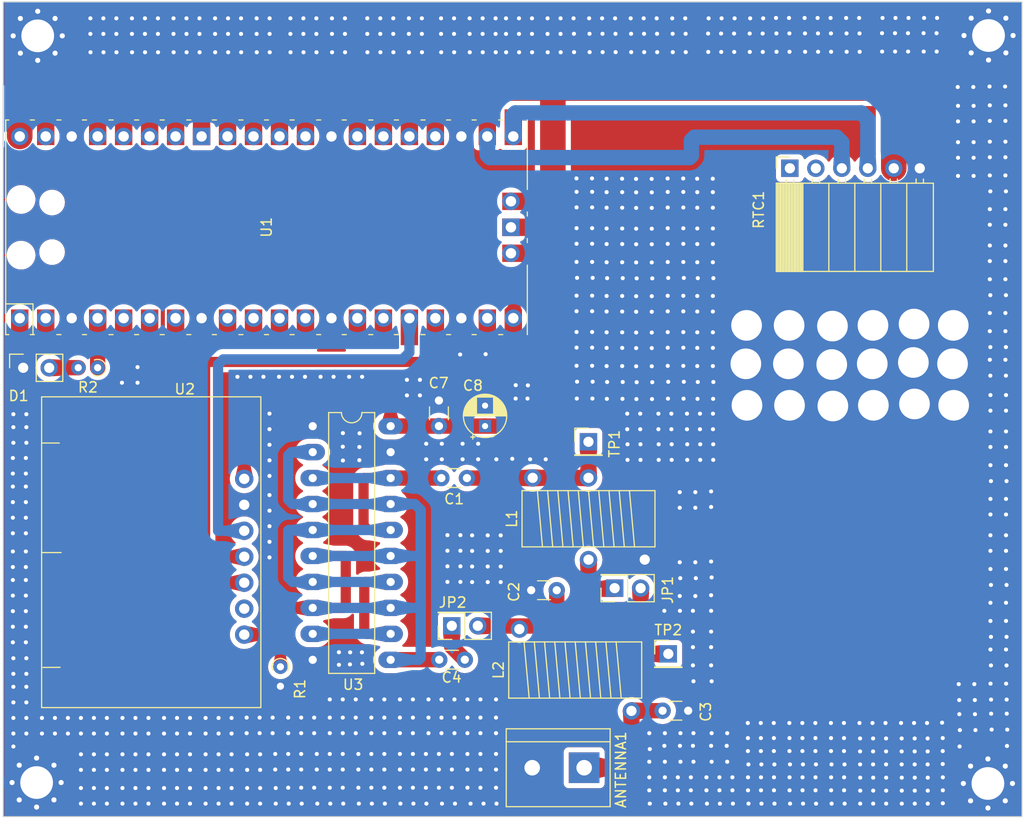
<source format=kicad_pcb>
(kicad_pcb (version 20221018) (generator pcbnew)
  (layers (0 "F.Cu" signal) (31 "B.Cu" signal) (34 "B.Paste" user) (35 "F.Paste" user) (36 "B.SilkS" user "B.Silkscreen") (37 "F.SilkS" user "F.Silkscreen") (38 "B.Mask" user) (39 "F.Mask" user) (44 "Edge.Cuts" user))
  (net 0 "")
  (net 1 "+5V")
  (net 2 "GND")
  (net 3 "Net-(ANTENNA1-Pin_1)")
  (net 4 "Net-(U3-O0a)")
  (net 5 "Net-(JP1-B)")
  (net 6 "Net-(JP2-A)")
  (net 7 "Net-(U2-SO)")
  (net 8 "Net-(D1-A)")
  (net 9 "Net-(JP1-A)")
  (net 10 "Net-(U1-GPIO2)")
  (net 22 "Net-(C1-Pad1)")
  (net 23 "Net-(U1-GPIO12)")
  (net 26 "SCL")
  (net 27 "SDA")
  (net 28 "Net-(U1-GPIO13)")
  (net 30 "Net-(U1-GPIO15)")
  (footprint "Capacitor_THT:CP_Radial_D4.0mm_P2.00mm" (layer "F.Cu") (at 136.85 98.2226 90)
    (fp_text reference "C8")
    (fp_text value "100uF/16V" hide)
  )
  (footprint "Connector_PinSocket_2.54mm:PinSocket_1x02_P2.54mm_Vertical" (layer "F.Cu") (at 91.69 92.52 90)
    (fp_text reference "D1")
    (fp_text value "LED" hide)
  )
  (footprint "Connector_PinSocket_2.54mm:PinSocket_2x01_P2.54mm_Vertical" (layer "F.Cu") (at 133.6 117.765 180)
    (fp_text reference "JP2")
    (fp_text value "Jumper_2_Open" hide)
  )
  (footprint "footprints:SI5351 Module" (layer "F.Cu") (at 108.3226 95.35995 -90)
    (fp_text reference "U2")
    (fp_text value "SI5351-Module-VFO" hide)
  )
  (footprint "MountingHole:MountingHole_3.2mm_M3_Pad_Via" (layer "F.Cu") (at 186.02 133.19)
    (fp_text reference "H4" hide)
    (fp_text value "MountingHole_Pad" hide)
  )
  (footprint "Capacitor_THT:C_Disc_D3.0mm_W1.6mm_P2.50mm" (layer "F.Cu") (at 154.21 126.07)
    (fp_text reference "C3")
    (fp_text value "220p" hide)
  )
  (footprint "Connector_PinHeader_2.54mm:PinHeader_1x01_P2.54mm_Vertical" (layer "F.Cu") (at 146.96 99.76)
    (fp_text reference "TP1")
    (fp_text value "TestPoint" hide)
  )
  (footprint "Connector_PinHeader_2.54mm:PinHeader_1x01_P2.54mm_Vertical" (layer "F.Cu") (at 154.77 120.51)
    (fp_text reference "TP2")
    (fp_text value "TestPoint" hide)
  )
  (footprint "Capacitor_THT:C_Disc_D3.0mm_W1.6mm_P2.50mm" (layer "F.Cu") (at 132.34 95.72 -90)
    (fp_text reference "C7")
    (fp_text value "100nF" hide)
  )
  (footprint "MountingHole:MountingHole_3.2mm_M3_Pad_Via" (layer "F.Cu") (at 186.08 60.01)
    (fp_text reference "H2" hide)
    (fp_text value "MountingHole_Pad" hide)
  )
  (footprint "Connector_PinSocket_2.54mm:PinSocket_1x06_P2.54mm_Horizontal" (layer "F.Cu") (at 166.655 73 90)
    (fp_text reference "RTC1")
    (fp_text value "RTC_DS3231_Inverted" hide)
  )
  (footprint "MountingHole:MountingHole_3.2mm_M3_Pad_Via" (layer "F.Cu") (at 93.11 60.04)
    (fp_text reference "H1" hide)
    (fp_text value "MountingHole_Pad" hide)
  )
  (footprint "footprints:RPi_Pico_SMD_TH" (layer "F.Cu") (at 115.481 78.774 90)
    (fp_text reference "U1")
    (fp_text value "Pico" hide)
  )
  (footprint "Capacitor_THT:C_Disc_D3.0mm_W1.6mm_P2.50mm" (layer "F.Cu") (at 134.87 121.08 180)
    (fp_text reference "C4")
    (fp_text value "100nF" hide)
  )
  (footprint "TerminalBlock:TerminalBlock_bornier-2_P5.08mm" (layer "F.Cu") (at 146.54 131.65 180)
    (fp_text reference "ANTENNA1")
    (fp_text value "Screw_Terminal_01x02" hide)
  )
  (footprint "Package_DIP:DIP-20_W7.62mm_LongPads" (layer "F.Cu") (at 119.998 98.232)
    (fp_text reference "U3")
    (fp_text value "74ACT244" hide)
  )
  (footprint "MountingHole:MountingHole_3.2mm_M3_Pad_Via" (layer "F.Cu") (at 93 133.1 90)
    (fp_text reference "H3" hide)
    (fp_text value "MountingHole_Pad" hide)
  )
  (footprint "footprints:FT50-43 INDUCTOR" (layer "F.Cu") (at 137.665 122.09 90)
    (fp_text reference "L2")
    (fp_text value "260nH (T50-6, ~8 turns)" hide)
  )
  (footprint "footprints:FT50-43 Transformer" (layer "F.Cu") (at 138.965 107.29 90)
    (fp_text reference "L1")
    (fp_text value "FT37-43 Bifilar" hide)
  )
  (footprint "Capacitor_THT:C_Disc_D3.0mm_W1.6mm_P2.50mm" (layer "F.Cu") (at 135.08 103.31 180)
    (fp_text reference "C1")
    (fp_text value "100nF" hide)
  )
  (footprint "Resistor_THT:R_Axial_DIN0204_L3.6mm_D1.6mm_P1.90mm_Vertical" (layer "F.Cu") (at 116.84 121.777 -90)
    (fp_text reference "R1")
    (fp_text value "2.2k" hide)
  )
  (footprint "Capacitor_THT:C_Disc_D3.0mm_W1.6mm_P2.50mm" (layer "F.Cu") (at 143.86 114.28 180)
    (fp_text reference "C2")
    (fp_text value "220p" hide)
  )
  (footprint "Resistor_THT:R_Axial_DIN0204_L3.6mm_D1.6mm_P1.90mm_Vertical" (layer "F.Cu") (at 98.97 92.51 180)
    (fp_text reference "R2")
    (fp_text value "470" hide)
  )
  (footprint "Connector_PinSocket_2.54mm:PinSocket_2x01_P2.54mm_Vertical" (layer "F.Cu") (at 149.52 114.08 180)
    (fp_text reference "JP1")
    (fp_text value "Jumper_2_Open" hide)
  )
  (gr_rect (start 89.728 56.712) (end 189.36 136.432) (stroke (width 0.1)) (fill none) (layer "Edge.Cuts"))
  (segment (start 143.481 65.371) (end 143.481 98.149) (width 2.5) (layer "F.Cu") (net 1))
  (segment (start 127.618 95.358) (end 127.618 98.232) (width 1) (layer "F.Cu") (net 1))
  (segment (start 132.34 98.22) (end 127.63 98.22) (width 1.5) (layer "F.Cu") (net 1))
  (segment (start 140.0074 98.2226) (end 140.05 98.18) (width 1.5) (layer "F.Cu") (net 1))
  (segment (start 143.26 65.15) (end 176.2 65.15) (width 2.5) (layer "F.Cu") (net 1))
  (segment (start 143.481 98.149) (end 143.45 98.18) (width 2.5) (layer "F.Cu") (net 1))
  (segment (start 127.09 94.83) (end 127.618 95.358) (width 1) (layer "F.Cu") (net 1))
  (segment (start 176.815 65.765) (end 176.815 73) (width 2.5) (layer "F.Cu") (net 1))
  (segment (start 92.15 65.15) (end 143.26 65.15) (width 2.5) (layer "F.Cu") (net 1))
  (segment (start 91.351 69.884) (end 91.351 65.949) (width 2.5) (layer "F.Cu") (net 1))
  (segment (start 91.351 65.949) (end 92.15 65.15) (width 2.5) (layer "F.Cu") (net 1))
  (segment (start 113.301 94.839) (end 113.31 94.83) (width 1) (layer "F.Cu") (net 1))
  (segment (start 143.26 65.15) (end 143.481 65.371) (width 2.5) (layer "F.Cu") (net 1))
  (segment (start 113.301 103.38635) (end 113.301 94.839) (width 1) (layer "F.Cu") (net 1))
  (segment (start 136.85 98.2226) (end 132.3426 98.2226) (width 1.5) (layer "F.Cu") (net 1))
  (segment (start 143.45 98.18) (end 140.05 98.18) (width 2.5) (layer "F.Cu") (net 1))
  (segment (start 176.2 65.15) (end 176.815 65.765) (width 2.5) (layer "F.Cu") (net 1))
  (segment (start 113.31 94.83) (end 127.09 94.83) (width 1) (layer "F.Cu") (net 1))
  (segment (start 136.85 98.2226) (end 140.0074 98.2226) (width 1.5) (layer "F.Cu") (net 1))
  (via (at 131.318 128.27) (size 0.8) (drill 0.4) (layers "F.Cu" "B.Cu") (net 2))
  (via (at 159.766 133.858) (size 0.8) (drill 0.4) (layers "F.Cu" "B.Cu") (net 2))
  (via (at 113.538 126.746) (size 0.8) (drill 0.4) (layers "F.Cu" "B.Cu") (net 2))
  (via (at 135.342 58.328) (size 0.8) (drill 0.4) (layers "F.Cu" "B.Cu") (net 2))
  (via (at 115.77 103.1) (size 0.8) (drill 0.4) (layers "F.Cu" "B.Cu") (net 2))
  (via (at 186.206 87.16) (size 0.8) (drill 0.4) (layers "F.Cu" "B.Cu") (net 2))
  (via (at 100.798 59.852) (size 0.8) (drill 0.4) (layers "F.Cu" "B.Cu") (net 2))
  (via (at 162.774 58.328) (size 0.8) (drill 0.4) (layers "F.Cu" "B.Cu") (net 2))
  (via (at 153.2 83.77) (size 0.8) (drill 0.4) (layers "F.Cu" "B.Cu") (net 2))
  (via (at 172.008 135.162) (size 0.8) (drill 0.4) (layers "F.Cu" "B.Cu") (net 2))
  (via (at 90.728 126.78) (size 0.8) (drill 0.4) (layers "F.Cu" "B.Cu") (net 2))
  (via (at 147.026 58.328) (size 0.8) (drill 0.4) (layers "F.Cu" "B.Cu") (net 2))
  (via (at 136.176 99.95) (size 0.8) (drill 0.4) (layers "F.Cu" "B.Cu") (net 2))
  (via (at 157.41 104.69) (size 0.8) (drill 0.4) (layers "F.Cu" "B.Cu") (net 2))
  (via (at 105.46 126.78) (size 0.8) (drill 0.4) (layers "F.Cu" "B.Cu") (net 2))
  (via (at 173.466 59.804) (size 0.8) (drill 0.4) (layers "F.Cu" "B.Cu") (net 2))
  (via (at 145.786 73.99) (size 0.8) (drill 0.4) (layers "F.Cu" "B.Cu") (net 2))
  (via (at 91.998 123.732) (size 0.8) (drill 0.4) (layers "F.Cu" "B.Cu") (net 2))
  (via (at 159.98 58.328) (size 0.8) (drill 0.4) (layers "F.Cu" "B.Cu") (net 2))
  (via (at 187.73 83.858) (size 0.8) (drill 0.4) (layers "F.Cu" "B.Cu") (net 2))
  (via (at 152.022 98.532) (size 0.8) (drill 0.4) (layers "F.Cu" "B.Cu") (net 2))
  (via (at 178.866 132.622) (size 0.8) (drill 0.4) (layers "F.Cu" "B.Cu") (net 2))
  (via (at 154.432 128.27) (size 0.8) (drill 0.4) (layers "F.Cu" "B.Cu") (net 2))
  (via (at 109.524 133.638) (size 0.8) (drill 0.4) (layers "F.Cu" "B.Cu") (net 2))
  (via (at 184.62 70.446) (size 0.8) (drill 0.4) (layers "F.Cu" "B.Cu") (net 2))
  (via (at 186.266 120.082) (size 0.8) (drill 0.4) (layers "F.Cu" "B.Cu") (net 2))
  (via (at 157.176 121.632) (size 0.8) (drill 0.4) (layers "F.Cu" "B.Cu") (net 2))
  (via (at 151.616 74.04) (size 0.8) (drill 0.4) (layers "F.Cu" "B.Cu") (net 2))
  (via (at 91.998 125.256) (size 0.8) (drill 0.4) (layers "F.Cu" "B.Cu") (net 2))
  (via (at 116.702 93.4) (size 0.8) (drill 0.4) (layers "F.Cu" "B.Cu") (net 2))
  (via (at 93.522 128.304) (size 0.8) (drill 0.4) (layers "F.Cu" "B.Cu") (net 2))
  (via (at 170.688 133.858) (size 0.8) (drill 0.4) (layers "F.Cu" "B.Cu") (net 2))
  (via (at 115.77 97.004) (size 0.8) (drill 0.4) (layers "F.Cu" "B.Cu") (net 2))
  (via (at 154.71 92.332) (size 0.8) (drill 0.4) (layers "F.Cu" "B.Cu") (net 2))
  (via (at 138.38 108.914) (size 0.8) (drill 0.4) (layers "F.Cu" "B.Cu") (net 2))
  (via (at 147.37 83.72) (size 0.8) (drill 0.4) (layers "F.Cu" "B.Cu") (net 2))
  (via (at 112.064 130.336) (size 0.8) (drill 0.4) (layers "F.Cu" "B.Cu") (net 2))
  (via (at 157.6 75.334) (size 0.8) (drill 0.4) (layers "F.Cu" "B.Cu") (net 2))
  (via (at 127.875 58.326) (size 0.8) (drill 0.4) (layers "F.Cu" "B.Cu") (net 2))
  (via (at 170.684 61.602) (size 0.8) (drill 0.4) (layers "F.Cu" "B.Cu") (net 2))
  (via (at 91.948 119.38) (size 0.8) (drill 0.4) (layers "F.Cu" "B.Cu") (net 2))
  (via (at 157.41 106.214) (size 0.8) (drill 0.4) (layers "F.Cu" "B.Cu") (net 2))
  (via (at 117.602 133.604) (size 0.8) (drill 0.4) (layers "F.Cu" "B.Cu") (net 2))
  (via (at 132.56 61.65) (size 0.8) (drill 0.4) (layers "F.Cu" "B.Cu") (net 2))
  (via (at 120.396 130.302) (size 0.8) (drill 0.4) (layers "F.Cu" "B.Cu") (net 2))
  (via (at 133.604 130.302) (size 0.8) (drill 0.4) (layers "F.Cu" "B.Cu") (net 2))
  (via (at 138.91 61.65) (size 0.8) (drill 0.4) (layers "F.Cu" "B.Cu") (net 2))
  (via (at 121.716 135.162) (size 0.8) (drill 0.4) (layers "F.Cu" "B.Cu") (net 2))
  (via (at 112.99 59.852) (size 0.8) (drill 0.4) (layers "F.Cu" "B.Cu") (net 2))
  (via (at 155.936 113.106) (size 0.8) (drill 0.4) (layers "F.Cu" "B.Cu") (net 2))
  (via (at 178.866 135.162) (size 0.8) (drill 0.4) (layers "F.Cu" "B.Cu") (net 2))
  (via (at 172.208 61.602) (size 0.8) (drill 0.4) (layers "F.Cu" "B.Cu") (net 2))
  (via (at 176.062 131.324) (size 0.8) (drill 0.4) (layers "F.Cu" "B.Cu") (net 2))
  (via (at 112.064 126.78) (size 0.8) (drill 0.4) (layers "F.Cu" "B.Cu") (net 2))
  (via (at 174.802 132.622) (size 0.8) (drill 0.4) (layers "F.Cu" "B.Cu") (net 2))
  (via (at 135.128 124.968) (size 0.8) (drill 0.4) (layers "F.Cu" "B.Cu") (net 2))
  (via (at 154.71 80.394) (size 0.8) (drill 0.4) (layers "F.Cu" "B.Cu") (net 2))
  (via (at 153.15 92.372) (size 0.8) (drill 0.4) (layers "F.Cu" "B.Cu") (net 2))
  (via (at 135.128 131.826) (size 0.8) (drill 0.4) (layers "F.Cu" "B.Cu") (net 2))
  (via (at 102.666 130.336) (size 0.8) (drill 0.4) (layers "F.Cu" "B.Cu") (net 2))
  (via (at 135.354 61.65) (size 0.8) (drill 0.4) (layers "F.Cu" "B.Cu") (net 2))
  (via (at 148.334 59.84) (size 0.8) (drill 0.4) (layers "F.Cu" "B.Cu") (net 2))
  (via (at 113.588 131.86) (size 0.8) (drill 0.4) (layers "F.Cu" "B.Cu") (net 2))
  (via (at 125.73 128.27) (size 0.8) (drill 0.4) (layers "F.Cu" "B.Cu") (net 2))
  (via (at 155.956 128.27) (size 0.8) (drill 0.4) (layers "F.Cu" "B.Cu") (net 2))
  (via (at 187.73 73.698) (size 0.8) (drill 0.4) (layers "F.Cu" "B.Cu") (net 2))
  (via (at 97.332 133.638) (size 0.8) (drill 0.4) (layers "F.Cu" "B.Cu") (net 2))
  (via (at 116.332 130.302) (size 0.8) (drill 0.4) (layers "F.Cu" "B.Cu") (net 2))
  (via (at 100.798 58.328) (size 0.8) (drill 0.4) (layers "F.Cu" "B.Cu") (net 2))
  (via (at 166.57 58.292) (size 0.8) (drill 0.4) (layers "F.Cu" "B.Cu") (net 2))
  (via (at 133.17 110.42) (size 0.8) (drill 0.4) (layers "F.Cu" "B.Cu") (net 2))
  (via (at 180.998 59.782) (size 0.8) (drill 0.4) (layers "F.Cu" "B.Cu") (net 2))
  (via (at 152.048 100.006) (size 0.8) (drill 0.4) (layers "F.Cu" "B.Cu") (net 2))
  (via (at 182.63 88.37) (size 3.2) (drill 3) (layers "F.Cu" "B.Cu") (net 2))
  (via (at 112.064 131.86) (size 0.8) (drill 0.4) (layers "F.Cu" "B.Cu") (net 2))
  (via (at 187.79 112.208) (size 0.8) (drill 0.4) (layers "F.Cu" "B.Cu") (net 2))
  (via (at 169.164 132.588) (size 0.8) (drill 0.4) (layers "F.Cu" "B.Cu") (net 2))
  (via (at 156.424 58.328) (size 0.8) (drill 0.4) (layers "F.Cu" "B.Cu") (net 2))
  (via (at 115.77 98.528) (size 0.8) (drill 0.4) (layers "F.Cu" "B.Cu") (net 2))
  (via (at 156.594 97.008) (size 0.8) (drill 0.4) (layers "F.Cu" "B.Cu") (net 2))
  (via (at 157.176 118.33) (size 0.8) (drill 0.4) (layers "F.Cu" "B.Cu") (net 2))
  (via (at 102.334 61.65) (size 0.8) (drill 0.4) (layers "F.Cu" "B.Cu") (net 2))
  (via (at 134.44 108.896) (size 0.8) (drill 0.4) (layers "F.Cu" "B.Cu") (net 2))
  (via (at 150.752 97.008) (size 0.8) (drill 0.4) (layers "F.Cu" "B.Cu") (net 2))
  (via (at 99.872 126.78) (size 0.8) (drill 0.4) (layers "F.Cu" "B.Cu") (net 2))
  (via (at 116.382 135.162) (size 0.8) (drill 0.4) (layers "F.Cu" "B.Cu") (net 2))
  (via (at 106.73 133.638) (size 0.8) (drill 0.4) (layers "F.Cu" "B.Cu") (net 2))
  (via (at 120.356 58.328) (size 0.8) (drill 0.4) (layers "F.Cu" "B.Cu") (net 2))
  (via (at 115.77 111.07) (size 0.8) (drill 0.4) (layers "F.Cu" "B.Cu") (net 2))
  (via (at 187.86 126.362) (size 0.8) (drill 0.4) (layers "F.Cu" "B.Cu") (net 2))
  (via (at 157.6 92.352) (size 0.8) (drill 0.4) (layers "F.Cu" "B.Cu") (net 2))
  (via (at 174.792 131.324) (size 0.8) (drill 0.4) (layers "F.Cu" "B.Cu") (net 2))
  (via (at 156.234 80.394) (size 0.8) (drill 0.4) (layers "F.Cu" "B.Cu") (net 2))
  (via (at 90.728 120.938) (size 0.8) (drill 0.4) (layers "F.Cu" "B.Cu") (net 2))
  (via (at 157.176 129.506) (size 0.8) (drill 0.4) (layers "F.Cu" "B.Cu") (net 2))
  (via (at 133.858 124.968) (size 0.8) (drill 0.4) (layers "F.Cu" "B.Cu") (net 2))
  (via (at 137.894 61.65) (size 0.8) (drill 0.4) (layers "F.Cu" "B.Cu") (net 2))
  (via (at 154.432 131.064) (size 0.8) (drill 0.4) (layers "F.Cu" "B.Cu") (net 2))
  (via (at 183.096 73.748) (size 0.8) (drill 0.4) (layers "F.Cu" "B.Cu") (net 2))
  (via (at 129.794 128.27) (size 0.8) (drill 0.4) (layers "F.Cu" "B.Cu") (net 2))
  (via (at 94.792 128.304) (size 0.8) (drill 0.4) (layers "F.Cu" "B.Cu") (net 2))
  (via (at 157.226 123.19) (size 0.8) (drill 0.4) (layers "F.Cu" "B.Cu") (net 2))
  (via (at 151.626 89.07) (size 0.8) (drill 0.4) (layers "F.Cu" "B.Cu") (net 2))
  (via (at 157.6 80.414) (size 0.8) (drill 0.4) (layers "F.Cu" "B.Cu") (net 2))
  (via (at 106.386 59.852) (size 0.8) (drill 0.4) (layers "F.Cu" "B.Cu") (net 2))
  (via (at 98.602 126.78) (size 0.8) (drill 0.4) (layers "F.Cu" "B.Cu") (net 2))
  (via (at 178.216 61.58) (size 0.8) (drill 0.4) (layers "F.Cu" "B.Cu") (net 2))
  (via (at 150.26 78.89) (size 0.8) (drill 0.4) (layers "F.Cu" "B.Cu") (net 2))
  (via (at 187.73 78.524) (size 0.8) (drill 0.4) (layers "F.Cu" "B.Cu") (net 2))
  (via (at 90.678 112.014) (size 0.8) (drill 0.4) (layers "F.Cu" "B.Cu") (net 2))
  (via (at 103.936 130.336) (size 0.8) (drill 0.4) (layers "F.Cu" "B.Cu") (net 2))
  (via (at 147.32 82.162) (size 0.8) (drill 0.4) (layers "F.Cu" "B.Cu") (net 2))
  (via (at 102.87 93.98) (size 0.8) (drill 0.4) (layers "F.Cu" "B.Cu") (net 2))
  (via (at 153.68 61.638) (size 0.8) (drill 0.4) (layers "F.Cu" "B.Cu") (net 2))
  (via (at 121.88 59.852) (size 0.8) (drill 0.4) (layers "F.Cu" "B.Cu") (net 2))
  (via (at 135.128 128.27) (size 0.8) (drill 0.4) (layers "F.Cu" "B.Cu") (net 2))
  (via (at 178.204 59.782) (size 0.8) (drill 0.4) (layers "F.Cu" "B.Cu") (net 2))
  (via (at 147.32 85.464) (size 0.8) (drill 0.4) (layers "F.Cu" "B.Cu") (net 2))
  (via (at 186.206 91.732) (size 0.8) (drill 0.4) (layers "F.Cu" "B.Cu") (net 2))
  (via (at 151.626 80.434) (size 0.8) (drill 0.4) (layers "F.Cu" "B.Cu") (net 2))
  (via (at 94.792 126.78) (size 0.8) (drill 0.4) (layers "F.Cu" "B.Cu") (net 2))
  (via (at 107.656 58.328) (size 0.8) (drill 0.4) (layers "F.Cu" "B.Cu") (net 2))
  (via (at 157.226 131.064) (size 0.8) (drill 0.4) (layers "F.Cu" "B.Cu") (net 2))
  (via (at 168.094 58.292) (size 0.8) (drill 0.4) (layers "F.Cu" "B.Cu") (net 2))
  (via (at 186.206 88.938) (size 0.8) (drill 0.4) (layers "F.Cu" "B.Cu") (net 2))
  (via (at 128.524 133.604) (size 0.8) (drill 0.4) (layers "F.Cu" "B.Cu") (net 2))
  (via (at 155.702 132.588) (size 0.8) (drill 0.4) (layers "F.Cu" "B.Cu") (net 2))
  (via (at 137.954 101.474) (size 0.8) (drill 0.4) (layers "F.Cu" "B.Cu") (net 2))
  (via (at 142.962 59.852) (size 0.8) (drill 0.4) (layers "F.Cu" "B.Cu") (net 2))
  (via (at 114.514 58.328) (size 0.8) (drill 0.4) (layers "F.Cu" "B.Cu") (net 2))
  (via (at 124.56 101.56) (size 0.8) (drill 0.4) (layers "F.Cu" "B.Cu") (net 2))
  (via (at 154.71 78.87) (size 0.8) (drill 0.4) (layers "F.Cu" "B.Cu") (net 2))
  (via (at 90.728 97.062) (size 0.8) (drill 0.4) (layers "F.Cu" "B.Cu") (net 2))
  (via (at 187.79 110.43) (size 0.8) (drill 0.4) (layers "F.Cu" "B.Cu") (net 2))
  (via (at 148.726 74.02) (size 0.8) (drill 0.4) (layers "F.Cu" "B.Cu") (net 2))
  (via (at 145.54 59.84) (size 0.8) (drill 0.4) (layers "F.Cu" "B.Cu") (net 2))
  (via (at 90.728 125.256) (size 0.8) (drill 0.4) (layers "F.Cu" "B.Cu") (net 2))
  (via (at 90.728 98.332) (size 0.8) (drill 0.4) (layers "F.Cu" "B.Cu") (net 2))
  (via (at 166.58 88.37) (size 3.2) (drill 3) (layers "F.Cu" "B.Cu") (net 2))
  (via (at 156.972 132.588) (size 0.8) (drill 0.4) (layers "F.Cu" "B.Cu") (net 2))
  (via (at 154.382 129.506) (size 0.8) (drill 0.4) (layers "F.Cu" "B.Cu") (net 2))
  (via (at 108.938 61.65) (size 0.8) (drill 0.4) (layers "F.Cu" "B.Cu") (net 2))
  (via (at 158.66 59.818) (size 0.8) (drill 0.4) (layers "F.Cu" "B.Cu") (net 2))
  (via (at 90.678 102.87) (size 0.8) (drill 0.4) (layers "F.Cu" "B.Cu") (net 2))
  (via (at 124.51 135.162) (size 0.8) (drill 0.4) (layers "F.Cu" "B.Cu") (net 2))
  (via (at 161.25 58.328) (size 0.8) (drill 0.4) (layers "F.Cu" "B.Cu") (net 2))
  (via (at 100.81 61.65) (size 0.8) (drill 0.4) (layers "F.Cu" "B.Cu") (net 2))
  (via (at 133.858 126.746) (size 0.8) (drill 0.4) (layers "F.Cu" "B.Cu") (net 2))
  (via (at 187.7 65) (size 0.8) (drill 0.4) (layers "F.Cu" "B.Cu") (net 2))
  (via (at 127.887 61.648) (size 0.8) (drill 0.4) (layers "F.Cu" "B.Cu") (net 2))
  (via (at 110.45 59.852) (size 0.8) (drill 0.4) (layers "F.Cu" "B.Cu") (net 2))
  (via (at 156.62 101.53) (size 0.8) (drill 0.4) (layers "F.Cu" "B.Cu") (net 2))
  (via (at 180.066 127.274) (size 0.8) (drill 0.4) (layers "F.Cu" "B.Cu") (net 2))
  (via (at 151.626 90.594) (size 0.8) (drill 0.4) (layers "F.Cu" "B.Cu") (net 2))
  (via (at 145.552 61.638) (size 0.8) (drill 0.4) (layers "F.Cu" "B.Cu") (net 2))
  (via (at 186.326 124.98) (size 0.8) (drill 0.4) (layers "F.Cu" "B.Cu") (net 2))
  (via (at 157.89 100.006) (size 0.8) (drill 0.4) (layers "F.Cu" "B.Cu") (net 2))
  (via (at 150.31 93.91) (size 0.8) (drill 0.4) (layers "F.Cu" "B.Cu") (net 2))
  (via (at 135.586 110.438) (size 0.8) (drill 0.4) (layers "F.Cu" "B.Cu") (net 2))
  (via (at 170.688 132.588) (size 0.8) (drill 0.4) (layers "F.Cu" "B.Cu") (net 2))
  (via (at 115.77 104.974) (size 0.8) (drill 0.4) (layers "F.Cu" "B.Cu") (net 2))
  (via (at 162.55 130.02) (size 0.8) (drill 0.4) (layers "F.Cu" "B.Cu") (net 2))
  (via (at 135.586 113.486) (size 0.8) (drill 0.4) (layers "F.Cu" "B.Cu") (net 2))
  (via (at 109.524 130.336) (size 0.8) (drill 0.4) (layers "F.Cu" "B.Cu") (net 2))
  (via (at 123.15 59.852) (size 0.8) (drill 0.4) (layers "F.Cu" "B.Cu") (net 2))
  (via (at 96.062 126.78) (size 0.8) (drill 0.4) (layers "F.Cu" "B.Cu") (net 2))
  (via (at 137.922 124.968) (size 0.8) (drill 0.4) (layers "F.Cu" "B.Cu") (net 2))
  (via (at 122.936 130.302) (size 0.8) (drill 0.4) (layers "F.Cu" "B.Cu") (net 2))
  (via (at 173.532 133.892) (size 0.8) (drill 0.4) (layers "F.Cu" "B.Cu") (net 2))
  (via (at 156.972 133.858) (size 0.8) (drill 0.4) (layers "F.Cu" "B.Cu") (net 2))
  (via (at 186.206 77) (size 0.8) (drill 0.4) (layers "F.Cu" "B.Cu") (net 2))
  (via (at 123.66 120.36) (size 0.8) (drill 0.4) (layers "F.Cu" "B.Cu") (net 2))
  (via (at 128.524 128.27) (size 0.8) (drill 0.4) (layers "F.Cu" "B.Cu") (net 2))
  (via (at 150.26 82.192) (size 0.8) (drill 0.4) (layers "F.Cu" "B.Cu") (net 2))
  (via (at 178.8 88.24) (size 3.2) (drill 3) (layers "F.Cu" "B.Cu") (net 2))
  (via (at 159.004 113.03) (size 0.8) (drill 0.4) (layers "F.Cu" "B.Cu") (net 2))
  (via (at 98.258 59.852) (size 0.8) (drill 0.4) (layers "F.Cu" "B.Cu") (net 2))
  (via (at 167.874 127.274) (size 0.8) (drill 0.4) (layers "F.Cu" "B.Cu") (net 2))
  (via (at 181.6 128.75) (size 0.8) (drill 0.4) (layers "F.Cu" "B.Cu") (net 2))
  (via (at 115.77 108.022) (size 0.8) (drill 0.4) (layers "F.Cu" "B.Cu") (net 2))
  (via (at 154.71 85.474) (size 0.8) (drill 0.4) (layers "F.Cu" "B.Cu") (net 2))
  (via (at 174.792 130.054) (size 0.8) (drill 0.4) (layers "F.Cu" "B.Cu") (net 2))
  (via (at 147.32 75.304) (size 0.8) (drill 0.4) (layers "F.Cu" "B.Cu") (net 2))
  (via (at 156.462 59.84) (size 0.8) (drill 0.4) (layers "F.Cu" "B.Cu") (net 2))
  (via (at 151.626 75.354) (size 0.8) (drill 0.4) (layers "F.Cu" "B.Cu") (net 2))
  (via (at 119.098 61.65) (size 0.8) (drill 0.4) (layers "F.Cu" "B.Cu") (net 2))
  (via (at 186.266 106.874) (size 0.8) (drill 0.4) (layers "F.Cu" "B.Cu") (net 2))
  (via (at 156.474 61.638) (size 0.8) (drill 0.4) (layers "F.Cu" "B.Cu") (net 2))
  (via (at 98.602 135.162) (size 0.8) (drill 0.4) (layers "F.Cu" "B.Cu") (net 2))
  (via (at 156.284 93.89) (size 0.8) (drill 0.4) (layers "F.Cu" "B.Cu") (net 2))
  (via (at 115.178 93.4) (size 0.8) (drill 0.4) (layers "F.Cu" "B.Cu") (net 2))
  (via (at 160.528 131.064) (size 0.8) (drill 0.4) (layers "F.Cu" "B.Cu") (net 2))
  (via (at 159.124 82.192) (size 0.8) (drill 0.4) (layers "F.Cu" "B.Cu") (net 2))
  (via (at 148.736 92.352) (size 0.8) (drill 0.4) (layers "F.Cu" "B.Cu") (net 2))
  (via (at 144.232 58.328) (size 0.8) (drill 0.4) (layers "F.Cu" "B.Cu") (net 2))
  (via (at 151.128 59.84) (size 0.8) (drill 0.4) (layers "F.Cu" "B.Cu") (net 2))
  (via (at 187.79 106.874) (size 0.8) (drill 0.4) (layers "F.Cu" "B.Cu") (net 2))
  (via (at 169.402 59.804) (size 0.8) (drill 0.4) (layers "F.Cu" "B.Cu") (net 2))
  (via (at 187.73 82.08) (size 0.8) (drill 0.4) (layers "F.Cu" "B.Cu") (net 2))
  (via (at 142.974 61.65) (size 0.8) (drill 0.4) (layers "F.Cu" "B.Cu") (net 2))
  (via (at 110.794 131.86) (size 0.8) (drill 0.4) (layers "F.Cu" "B.Cu") (net 2))
  (via (at 116.078 128.27) (size 0.8) (drill 0.4) (layers "F.Cu" "B.Cu") (net 2))
  (via (at 112.064 135.162) (size 0.8) (drill 0.4) (layers "F.Cu" "B.Cu") (net 2))
  (via (at 108 128.304) (size 0.8) (drill 0.4) (layers "F.Cu" "B.Cu") (net 2))
  (via (at 103.936 135.162) (size 0.8) (drill 0.4) (layers "F.Cu" "B.Cu") (net 2))
  (via (at 187.73 71.92) (size 0.8) (drill 0.4) (layers "F.Cu" "B.Cu") (net 2))
  (via (at 153.15 85.514) (size 0.8) (drill 0.4) (layers "F.Cu" "B.Cu") (net 2))
  (via (at 162.736 61.616) (size 0.8) (drill 0.4) (layers "F.Cu" "B.Cu") (net 2))
  (via (at 178.73 92) (size 3.2) (drill 3) (layers "F.Cu" "B.Cu") (net 2))
  (via (at 150.26 87.018) (size 0.8) (drill 0.4) (layers "F.Cu" "B.Cu") (net 2))
  (via (at 170.86 96.26) (size 3.2) (drill 3) (layers "F.Cu" "B.Cu") (net 2))
  (via (at 158.71 58.328) (size 0.8) (drill 0.4) (layers "F.Cu" "B.Cu") (net 2))
  (via (at 170.738 135.162) (size 0.8) (drill 0.4) (layers "F.Cu" "B.Cu") (net 2))
  (via (at 101.396 128.304) (size 0.8) (drill 0.4) (layers "F.Cu" "B.Cu") (net 2))
  (via (at 124.46 133.604) (size 0.8) (drill 0.4) (layers "F.Cu" "B.Cu") (net 2))
  (via (at 137.882 59.852) (size 0.8) (drill 0.4) (layers "F.Cu" "B.Cu") (net 2))
  (via (at 159.124 90.574) (size 0.8) (drill 0.4) (layers "F.Cu" "B.Cu") (net 2))
  (via (at 118.872 128.27) (size 0.8) (drill 0.4) (layers "F.Cu" "B.Cu") (net 2))
  (via (at 112.064 128.304) (size 0.8) (drill 0.4) (layers "F.Cu" "B.Cu") (net 2))
  (via (at 129.399 59.85) (size 0.8) (drill 0.4) (layers "F.Cu" "B.Cu") (net 2))
  (via (at 145.796 90.544) (size 0.8) (drill 0.4) (layers "F.Cu" "B.Cu") (net 2))
  (via (at 102.322 59.852) (size 0.8) (drill 0.4) (layers "F.Cu" "B.Cu") (net 2))
  (via (at 187.79 120.082) (size 0.8) (drill 0.4) (layers "F.Cu" "B.Cu") (net 2))
  (via (at 161.086 135.162) (size 0.8) (drill 0.4) (layers "F.Cu" "B.Cu") (net 2))
  (via (at 159.16 100.006) (size 0.8) (drill 0.4) (layers "F.Cu" "B.Cu") (net 2))
  (via (at 175.714 58.292) (size 0.8) (drill 0.4) (layers "F.Cu" "B.Cu") (net 2))
  (via (at 138.898 59.852) (size 0.8) (drill 0.4) (layers "F.Cu" "B.Cu") (net 2))
  (via (at 174.78 88.37) (size 3.2) (drill 3) (layers "F.Cu" "B.Cu") (net 2))
  (via (at 105.46 133.638) (size 0.8) (drill 0.4) (layers "F.Cu" "B.Cu") (net 2))
  (via (at 102.666 126.78) (size 0.8) (drill 0.4) (layers "F.Cu" "B.Cu") (net 2))
  (via (at 151.676 83.77) (size 0.8) (drill 0.4) (layers "F.Cu" "B.Cu") (net 2))
  (via (at 181.6 131.29) (size 0.8) (drill 0.4) (layers "F.Cu" "B.Cu") (net 2))
  (via (at 177.586 131.324) (size 0.8) (drill 0.4) (layers "F.Cu" "B.Cu") (net 2))
  (via (at 126.605 59.85) (size 0.8) (drill 0.4) (layers "F.Cu" "B.Cu") (net 2))
  (via (at 176.002 127.274) (size 0.8) (drill 0.4) (layers "F.Cu" "B.Cu") (net 2))
  (via (at 153.15 78.91) (size 0.8) (drill 0.4) (layers "F.Cu" "B.Cu") (net 2))
  (via (at 135.128 133.604) (size 0.8) (drill 0.4) (layers "F.Cu" "B.Cu") (net 2))
  (via (at 154.734 95.54) (size 0.8) (drill 0.4) (layers "F.Cu" "B.Cu") (net 2))
  (via (at 151.14 61.638) (size 0.8) (drill 0.4) (layers "F.Cu" "B.Cu") (net 2))
  (via (at 91.948 102.87) (size 0.8) (drill 0.4) (layers "F.Cu" "B.Cu") (net 2))
  (via (at 187.73 68.364) (size 0.8) (drill 0.4) (layers "F.Cu" "B.Cu") (net 2))
  (via (at 90.678 119.38) (size 0.8) (drill 0.4) (layers "F.Cu" "B.Cu") (net 2))
  (via (at 158.954 119.854) (size 0.8) (drill 0.4) (layers "F.Cu" "B.Cu") (net 2))
  (via (at 159.134 98.532) (size 0.8) (drill 0.4) (layers "F.Cu" "B.Cu") (net 2))
  (via (at 155.752 135.162) (size 0.8) (drill 0.4) (layers "F.Cu" "B.Cu") (net 2))
  (via (at 90.728 128.304) (size 0.8) (drill 0.4) (layers "F.Cu" "B.Cu") (net 2))
  (via (at 162.6 131.324) (size 0.8) (drill 0.4) (layers "F.Cu" "B.Cu") (net 2))
  (via (at 91.998 99.856) (size 0.8) (drill 0.4) (layers "F.Cu" "B.Cu") (net 2))
  (via (at 153.2 93.93) (size 0.8) (drill 0.4) (layers "F.Cu" "B.Cu") (net 2))
  (via (at 186.266 102.048) (size 0.8) (drill 0.4) (layers "F.Cu" "B.Cu") (net 2))
  (via (at 103.936 133.638) (size 0.8) (drill 0.4) (layers "F.Cu" "B.Cu") (net 2))
  (via (at 149.616 61.638) (size 0.8) (drill 0.4) (layers "F.Cu" "B.Cu") (net 2))
  (via (at 160.528 128.27) (size 0.8) (drill 0.4) (layers "F.Cu" "B.Cu") (net 2))
  (via (at 145.846 93.88) (size 0.8) (drill 0.4) (layers "F.Cu" "B.Cu") (net 2))
  (via (at 153.63 58.328) (size 0.8) (drill 0.4) (layers "F.Cu" "B.Cu") (net 2))
  (via (at 124.85 121.48) (size 0.8) (drill 0.4) (layers "F.Cu" "B.Cu") (net 2))
  (via (at 103.604 61.65) (size 0.8) (drill 0.4) (layers "F.Cu" "B.Cu") (net 2))
  (via (at 157.65 83.75) (size 0.8) (drill 0.4) (layers "F.Cu" "B.Cu") (net 2))
  (via (at 157.41 111.548) (size 0.8) (drill 0.4) (layers "F.Cu" "B.Cu") (net 2))
  (via (at 155.956 131.064) (size 0.8) (drill 0.4) (layers "F.Cu" "B.Cu") (net 2))
  (via (at 139.512 101.424) (size 0.8) (drill 0.4) (layers "F.Cu" "B.Cu") (net 2))
  (via (at 183.166 123.472) (size 0.8) (drill 0.4) (layers "F.Cu" "B.Cu") (net 2))
  (via (at 130.48 95.22) (size 0.8) (drill 0.4) (layers "F.Cu" "B.Cu") (net 2))
  (via (at 115.796 61.65) (size 0.8) (drill 0.4) (layers "F.Cu" "B.Cu") (net 2))
  (via (at 129.844 135.162) (size 0.8) (drill 0.4) (layers "F.Cu" "B.Cu") (net 2))
  (via (at 105.46 131.86) (size 0.8) (drill 0.4) (layers "F.Cu" "B.Cu") (net 2))
  (via (at 122.936 133.604) (size 0.8) (drill 0.4) (layers "F.Cu" "B.Cu") (net 2))
  (via (at 157.6 85.494) (size 0.8) (drill 0.4) (layers "F.Cu" "B.Cu") (net 2))
  (via (at 152.048 101.53) (size 0.8) (drill 0.4) (layers "F.Cu" "B.Cu") (net 2))
  (via (at 125.73 131.826) (size 0.8) (drill 0.4) (layers "F.Cu" "B.Cu") (net 2))
  (via (at 162.55 128.75) (size 0.8) (drill 0.4) (layers "F.Cu" "B.Cu") (net 2))
  (via (at 176.072 133.892) (size 0.8) (drill 0.4) (layers "F.Cu" "B.Cu") (net 2))
  (via (at 110.794 126.78) (size 0.8) (drill 0.4) (layers "F.Cu" "B.Cu") (net 2))
  (via (at 110.794 128.304) (size 0.8) (drill 0.4) (layers "F.Cu" "B.Cu") (net 2))
  (via (at 125.347 61.648) (size 0.8) (drill 0.4) (layers "F.Cu" "B.Cu") (net 2))
  (via (at 178.254 58.292) (size 0.8) (drill 0.4) (layers "F.Cu" "B.Cu") (net 2))
  (via (at 154.482 135.162) (size 0.8) (drill 0.4) (layers "F.Cu" "B.Cu") (net 2))
  (via (at 147.32 86.988) (size 0.8) (drill 0.4) (layers "F.Cu" "B.Cu") (net 2))
  (via (at 108 135.162) (size 0.8) (drill 0.4) (layers "F.Cu" "B.Cu") (net 2))
  (via (at 154.382 116.298) (size 0.8) (drill 0.4) (layers "F.Cu" "B.Cu") (net 2))
  (via (at 132.62 101.474) (size 0.8) (drill 0.4) (layers "F.Cu" "B.Cu") (net 2))
  (via (at 96.062 128.304) (size 0.8) (drill 0.4) (layers "F.Cu" "B.Cu") (net 2))
  (via (at 102.666 128.304) (size 0.8) (drill 0.4) (layers "F.Cu" "B.Cu") (net 2))
  (via (at 138.38 111.962) (size 0.8) (drill 0.4) (layers "F.Cu" "B.Cu") (net 2))
  (via (at 137.11 113.486) (size 0.8) (drill 0.4) (layers "F.Cu" "B.Cu") (net 2))
  (via (at 181.61 132.588) (size 0.8) (drill 0.4) (layers "F.Cu" "B.Cu") (net 2))
  (via (at 173.428 58.292) (size 0.8) (drill 0.4) (layers "F.Cu" "B.Cu") (net 2))
  (via (at 184.62 73.748) (size 0.8) (drill 0.4) (layers "F.Cu" "B.Cu") (net 2))
  (via (at 129.21 93.696) (size 0.8) (drill 0.4) (layers "F.Cu" "B.Cu") (net 2))
  (via (at 127.05 135.162) (size 0.8) (drill 0.4) (layers "F.Cu" "B.Cu") (net 2))
  (via (at 157.176 116.298) (size 0.8) (drill 0.4) (layers "F.Cu" "B.Cu") (net 2))
  (via (at 152.908 131.064) (size 0.8) (drill 0.4) (layers "F.Cu" "B.Cu") (net 2))
  (via (at 187.73 88.938) (size 0.8) (drill 0.4) (layers "F.Cu" "B.Cu") (net 2))
  (via (at 168.144 61.602) (size 0.8) (drill 0.4) (layers "F.Cu" "B.Cu") (net 2))
  (via (at 147.32 89.02) (size 0.8) (drill 0.4) (layers "F.Cu" "B.Cu") (net 2))
  (via (at 154.71 76.838) (size 0.8) (drill 0.4) (layers "F.Cu" "B.Cu") (net 2))
  (via (at 114.526 61.65) (size 0.8) (drill 0.4) (layers "F.Cu" "B.Cu") (net 2))
  (via (at 186.256 85.416) (size 0.8) (drill 0.4) (layers "F.Cu" "B.Cu") (net 2))
  (via (at 186.386 127.92) (size 0.8) (drill 0.4) (layers "F.Cu" "B.Cu") (net 2))
  (via (at 156.234 86.998) (size 0.8) (drill 0.4) (layers "F.Cu" "B.Cu") (net 2))
  (via (at 119.086 59.852) (size 0.8) (drill 0.4) (layers "F.Cu" "B.Cu") (net 2))
  (via (at 180.126 130.054) (size 0.8) (drill 0.4) (layers "F.Cu" "B.Cu") (net 2))
  (via (at 148.736 85.494) (size 0.8) (drill 0.4) (layers "F.Cu" "B.Cu") (net 2))
  (via (at 145.796 89.02) (size 0.8) (drill 0.4) (layers "F.Cu" "B.Cu") (net 2))
  (via (at 148.736 76.858) (size 0.8) (drill 0.4) (layers "F.Cu" "B.Cu") (net 2))
  (via (at 108 131.86) (size 0.8) (drill 0.4) (layers "F.Cu" "B.Cu") (net 2))
  (via (at 159.134 97.008) (size 0.8) (drill 0.4) (layers "F.Cu" "B.Cu") (net 2))
  (via (at 130.681 61.648) (size 0.8) (drill 0.4) (layers "F.Cu" "B.Cu") (net 2))
  (via (at 152.958 129.828) (size 0.8) (drill 0.4) (layers "F.Cu" "B.Cu") (net 2))
  (via (at 145.82 95.53) (size 0.8) (drill 0.4) (layers "F.Cu" "B.Cu") (net 2))
  (via (at 148.786 83.75) (size 0.8) (drill 0.4) (layers "F.Cu" "B.Cu") (net 2))
  (via (at 148.736 90.574) (size 0.8) (drill 0.4) (layers "F.Cu" "B.Cu") (net 2))
  (via (at 135.128 126.746) (size 0.8) (drill 0.4) (layers "F.Cu" "B.Cu") (net 2))
  (via (at 157.6 76.858) (size 0.8) (drill 0.4) (layers "F.Cu" "B.Cu") (net 2))
  (via (at 157.022 135.162) (size 0.8) (drill 0.4) (layers "F.Cu" "B.Cu") (net 2))
  (via (at 155.07 98.532) (size 0.8) (drill 0.4) (layers "F.Cu" "B.Cu") (net 2))
  (via (at 181.61 133.858) (size 0.8) (drill 0.4) (layers "F.Cu" "B.Cu") (net 2))
  (via (at 155.096 100.006) (size 0.8) (drill 0.4) (layers "F.Cu" "B.Cu") (net 2))
  (via (at 182.56 92.13) (size 3.2) (drill 3) (layers "F.Cu" "B.Cu") (net 2))
  (via (at 165.338 59.804) (size 0.8) (drill 0.4) (layers "F.Cu" "B.Cu") (net 2))
  (via (at 122.936 131.826) (size 0.8) (drill 0.4) (layers "F.Cu" "B.Cu") (net 2))
  (via (at 145.796 92.322) (size 0.8) (drill 0.4) (layers "F.Cu" "B.Cu") (net 2))
  (via (at 151.626 87.038) (size 0.8) (drill 0.4) (layers "F.Cu" "B.Cu") (net 2))
  (via (at 187.78 75.256) (size 0.8) (drill 0.4) (layers "F.Cu" "B.Cu") (net 2))
  (via (at 162.61 135.162) (size 0.8) (drill 0.4) (layers "F.Cu" "B.Cu") (net 2))
  (via (at 131.318 124.968) (size 0.8) (drill 0.4) (layers "F.Cu" "B.Cu") (net 2))
  (via (at 153.15 76.878) (size 0.8) (drill 0.4) (layers "F.Cu" "B.Cu") (net 2))
  (via (at 155.886 111.548) (size 0.8) (drill 0.4) (layers "F.Cu" "B.Cu") (net 2))
  (via (at 159.004 128.27) (size 0.8) (drill 0.4) (layers "F.Cu" "B.Cu") (net 2))
  (via (at 91.948 104.14) (size 0.8) (drill 0.4) (layers "F.Cu" "B.Cu") (net 2))
  (via (at 99.528 59.852) (size 0.8) (drill 0.4) (layers "F.Cu" "B.Cu") (net 2))
  (via (at 154.432 132.588) (size 0.8) (drill 0.4) (layers "F.Cu" "B.Cu") (net 2))
  (via (at 123.162 61.65) (size 0.8) (drill 0.4) (layers "F.Cu" "B.Cu") (net 2))
  (via (at 101.396 135.162) (size 0.8) (drill 0.4) (layers "F.Cu" "B.Cu") (net 2))
  (via (at 109.524 135.162) (size 0.8) (drill 0.4) (layers "F.Cu" "B.Cu") (net 2))
  (via (at 101.396 126.78) (size 0.8) (drill 0.4) (layers "F.Cu" "B.Cu") (net 2))
  (via (at 181.01 61.58) (size 0.8) (drill 0.4) (layers "F.Cu" "B.Cu") (net 2))
  (via (at 115.784 59.852) (size 0.8) (drill 0.4) (layers "F.Cu" "B.Cu") (net 2))
  (via (at 170.634 58.292) (size 0.8) (drill 0.4) (layers "F.Cu" "B.Cu") (net 2))
  (via (at 171.948 128.75) (size 0.8) (drill 0.4) (layers "F.Cu" "B.Cu") (net 2))
  (via (at 152.36 58.328) (size 0.8) (drill 0.4) (layers "F.Cu" "B.Cu") (net 2))
  (via (at 181.6 130.02) (size 0.8) (drill 0.4) (layers "F.Cu" "B.Cu") (net 2))
  (via (at 149.604 59.84) (size 0.8) (drill 0.4) (layers "F.Cu" "B.Cu") (net 2))
  (via (at 128.524 126.746) (size 0.8) (drill 0.4) (layers "F.Cu" "B.Cu") (net 2))
  (via (at 154.71 90.554) (size 0.8) (drill 0.4) (layers "F.Cu" "B.Cu") (net 2))
  (via (at 115.784 58.328) (size 0.8) (drill 0.4) (layers "F.Cu" "B.Cu") (net 2))
  (via (at 107.668 61.65) (size 0.8) (drill 0.4) (layers "F.Cu" "B.Cu") (net 2))
  (via (at 110.794 133.638) (size 0.8) (drill 0.4) (layers "F.Cu" "B.Cu") (net 2))
  (via (at 186.256 90.496) (size 0.8) (drill 0.4) (layers "F.Cu" "B.Cu") (net 2))
  (via (at 152.958 135.162) (size 0.8) (drill 0.4) (layers "F.Cu" "B.Cu") (net 2))
  (via (at 138.898 58.328) (size 0.8) (drill 0.4) (layers "F.Cu" "B.Cu") (net 2))
  (via (at 98.602 130.336) (size 0.8) (drill 0.4) (layers "F.Cu" "B.Cu") (net 2))
  (via (at 112.064 133.638) (size 0.8) (drill 0.4) (layers "F.Cu" "B.Cu") (net 2))
  (via (at 90.678 117.856) (size 0.8) (drill 0.4) (layers "F.Cu" "B.Cu") (net 2))
  (via (at 153.15 82.212) (size 0.8) (drill 0.4) (layers "F.Cu" "B.Cu") (net 2))
  (via (at 186.176 65) (size 0.8) (drill 0.4) (layers "F.Cu" "B.Cu") (net 2))
  (via (at 156.234 85.474) (size 0.8) (drill 0.4) (layers "F.Cu" "B.Cu") (net 2))
  (via (at 145.796 80.384) (size 0.8) (drill 0.4) (layers "F.Cu" "B.Cu") (net 2))
  (via (at 133.604 133.604) (size 0.8) (drill 0.4) (layers "F.Cu" "B.Cu") (net 2))
  (via (at 141.04 94.24) (size 0.8) (drill 0.4) (layers "F.Cu" "B.Cu") (net 2))
  (via (at 90.678 110.49) (size 0.8) (drill 0.4) (layers "F.Cu" "B.Cu") (net 2))
  (via (at 187.78 85.416) (size 0.8) (drill 0.4) (layers "F.Cu" "B.Cu") (net 2))
  (via (at 137.922 128.27) (size 0.8) (drill 0.4) (layers "F.Cu" "B.Cu") (net 2))
  (via (at 90.728 129.574) (size 0.8) (drill 0.4) (layers "F.Cu" "B.Cu") (net 2))
  (via (at 91.948 105.664) (size 0.8) (drill 0.4) (layers "F.Cu" "B.Cu") (net 2))
  (via (at 103.936 126.78) (size 0.8) (drill 0.4) (layers "F.Cu" "B.Cu") (net 2))
  (via (at 118.872 130.302) (size 0.8) (drill 0.4) (layers "F.Cu" "B.Cu") (net 2))
  (via (at 186.266 108.906) (size 0.8) (drill 0.4) (layers "F.Cu" "B.Cu") (net 2))
  (via (at 125.73 126.746) (size 0.8) (drill 0.4) (layers "F.Cu" "B.Cu") (net 2))
  (via (at 127 126.746) (size 0.8) (drill 0.4) (layers "F.Cu" "B.Cu") (net 2))
  (via (at 165.09 128.75) (size 0.8) (drill 0.4) (layers "F.Cu" "B.Cu") (net 2))
  (via (at 131.096 99.95) (size 0.8) (drill 0.4) (layers "F.Cu" "B.Cu") (net 2))
  (via (at 187.884 129.52) (size 0.8) (drill 0.4) (layers "F.Cu" "B.Cu") (net 2))
  (via (at 102.87 92.456) (size 0.8) (drill 0.4) (layers "F.Cu" "B.Cu") (net 2))
  (via (at 157.624 95.56) (size 0.8) (drill 0.4) (layers "F.Cu" "B.Cu") (net 2))
  (via (at 177.596 133.892) (size 0.8) (drill 0.4) (layers "F.Cu" "B.Cu") (net 2))
  (via (at 162.35 92.13) (size 3.2) (drill 3) (layers "F.Cu" "B.Cu") (net 2))
  (via (at 98.602 128.304) (size 0.8) (drill 0.4) (layers "F.Cu" "B.Cu") (net 2))
  (via (at 136.398 131.826) (size 0.8) (drill 0.4) (layers "F.Cu" "B.Cu") (net 2))
  (via (at 122.56 120.35) (size 0.8) (drill 0.4) (layers "F.Cu" "B.Cu") (net 2))
  (via (at 91.998 120.938) (size 0.8) (drill 0.4) (layers "F.Cu" "B.Cu") (net 2))
  (via (at 169.154 130.02) (size 0.8) (drill 0.4) (layers "F.Cu" "B.Cu") (net 2))
  (via (at 159.174 83.75) (size 0.8) (drill 0.4) (layers "F.Cu" "B.Cu") (net 2))
  (via (at 187.79 102.048) (size 0.8) (drill 0.4) (layers "F.Cu" "B.Cu") (net 2))
  (via (at 151.626 82.212) (size 0.8) (drill 0.4) (layers "F.Cu" "B.Cu") (net 2))
  (via (at 136.398 128.27) (size 0.8) (drill 0.4) (layers "F.Cu" "B.Cu") (net 2))
  (via (at 119.242 93.4) (size 0.8) (drill 0.4) (layers "F.Cu" "B.Cu") (net 2))
  (via (at 115.77 106.498) (size 0.8) (drill 0.4) (layers "F.Cu" "B.Cu") (net 2))
  (via (at 173.522 131.324) (size 0.8) (drill 0.4) (layers "F.Cu" "B.Cu") (net 2))
  (via (at 114.858 130.336) (size 0.8) (drill 0.4) (layers "F.Cu" "B.Cu") (net 2))
  (via (at 110.45 58.328) (size 0.8) (drill 0.4) (layers "F.Cu" "B.Cu") (net 2))
  (via (at 150.26 76.858) (size 0.8) (drill 0.4) (layers "F.Cu" "B.Cu") (net 2))
  (via (at 98.258 58.328) (size 0.8) (drill 0.4) (layers "F.Cu" "B.Cu") (net 2))
  (via (at 121.666 124.968) (size 0.8) (drill 0.4) (layers "F.Cu" "B.Cu") (net 2))
  (via (at 134.652 99.95) (size 0.8) (drill 0.4) (layers "F.Cu" "B.Cu") (net 2))
  (via (at 169.154 128.75) (size 0.8) (drill 0.4) (layers "F.Cu" "B.Cu") (net 2))
  (via (at 137.11 108.914) (size 0.8) (drill 0.4) (layers "F.Cu" "B.Cu") (net 2))
  (via (at 107.656 59.852) (size 0.8) (drill 0.4) (layers "F.Cu" "B.Cu") (net 2))
  (via (at 159.124 75.334) (size 0.8) (drill 0.4) (layers "F.Cu" "B.Cu") (net 2))
  (via (at 186.266 96.714) (size 0.8) (drill 0.4) (layers "F.Cu" "B.Cu") (net 2))
  (via (at 154.76 93.89) (size 0.8) (drill 0.4) (layers "F.Cu" "B.Cu") (net 2))
  (via (at 133.858 128.27) (size 0.8) (drill 0.4) (layers "F.Cu" "B.Cu") (net 2))
  (via (at 110.794 135.162) (size 0.8) (drill 0.4) (layers "F.Cu" "B.Cu") (net 2))
  (via (at 179.778 58.292) (size 0.8) (drill 0.4) (layers "F.Cu" "B.Cu") (net 2))
  (via (at 157.46 113.106) (size 0.8) (drill 0.4) (layers "F.Cu" "B.Cu") (net 2))
  (via (at 130.669 59.85) (size 0.8) (drill 0.4) (layers "F.Cu" "B.Cu") (net 2))
  (via (at 147.344 95.53) (size 0.8) (drill 0.4) (layers "F.Cu" "B.Cu") (net 2))
  (via (at 132.548 59.852) (size 0.8) (drill 0.4) (layers "F.Cu" "B.Cu") (net 2))
  (via (at 148.786 93.91) (size 0.8) (drill 0.4) (layers "F.Cu" "B.Cu") (net 2))
  (via (at 138.38 113.486) (size 0.8) (drill 0.4) (layers "F.Cu" "B.Cu") (net 2))
  (via (at 158.954 116.298) (size 0.8) (drill 0.4) (layers "F.Cu" "B.Cu") (net 2))
  (via (at 117.972 93.4) (size 0.8) (drill 0.4) (layers "F.Cu" "B.Cu") (net 2))
  (via (at 152.908 128.27) (size 0.8) (drill 0.4) (layers "F.Cu" "B.Cu") (net 2))
  (via (at 159.16 101.53) (size 0.8) (drill 0.4) (layers "F.Cu" "B.Cu") (net 2))
  (via (at 184.62 68.414) (size 0.8) (drill 0.4) (layers "F.Cu" "B.Cu") (net 2))
  (via (at 187.73 77) (size 0.8) (drill 0.4) (layers "F.Cu" "B.Cu") (net 2))
  (via (at 131.064 130.302) (size 0.8) (drill 0.4) (layers "F.Cu" "B.Cu") (net 2))
  (via (at 162.42 88.37) (size 3.2) (drill 3) (layers "F.Cu" "B.Cu") (net 2))
  (via (at 170.678 130.02) (size 0.8) (drill 0.4) (layers "F.Cu" "B.Cu") (net 2))
  (via (at 128.524 124.968) (size 0.8) (drill 0.4) (layers "F.Cu" "B.Cu") (net 2))
  (via (at 124.206 128.27) (size 0.8) (drill 0.4) (layers "F.Cu" "B.Cu") (net 2))
  (via (at 97.332 128.304) (size 0.8) (drill 0.4) (layers "F.Cu" "B.Cu") (net 2))
  (via (at 163.88 135.162) (size 0.8) (drill 0.4) (layers "F.Cu" "B.Cu") (net 2))
  (via (at 97.332 126.78) (size 0.8) (drill 0.4) (layers "F.Cu" "B.Cu") (net 2))
  (via (at 162.56 133.858) (size 0.8) (drill 0.4) (layers "F.Cu" "B.Cu") (net 2))
  (via (at 183.276 127.97) (size 0.8) (drill 0.4) (layers "F.Cu" "B.Cu") (net 2))
  (via (at 137.922 131.826) (size 0.8) (drill 0.4) (layers "F.Cu" "B.Cu") (net 2))
  (via (at 135.128 130.302) (size 0.8) (drill 0.4) (layers "F.Cu" "B.Cu") (net 2))
  (via (at 134.44 113.468) (size 0.8) (drill 0.4) (layers "F.Cu" "B.Cu") (net 2))
  (via (at 93.522 126.78) (size 0.8) (drill 0.4) (layers "F.Cu" "B.Cu") (net 2))
  (via (at 184.8 127.97) (size 0.8) (drill 0.4) (layers "F.Cu" "B.Cu") (net 2))
  (via (at 174.732 127.274) (size 0.8) (drill 0.4) (layers "F.Cu" "B.Cu") (net 2))
  (via (at 174.82 96.19) (size 3.2) (drill 3) (layers "F.Cu" "B.Cu") (net 2))
  (via (at 98.602 131.86) (size 0.8) (drill 0.4) (layers "F.Cu" "B.Cu") (net 2))
  (via (at 91.948 116.332) (size 0.8) (drill 0.4) (layers "F.Cu" "B.Cu") (net 2))
  (via (at 144.232 59.852) (size 0.8) (drill 0.4) (layers "F.Cu" "B.Cu") (net 2))
  (via (at 132.334 133.604) (size 0.8) (drill 0.4) (layers "F.Cu" "B.Cu") (net 2))
  (via (at 122.56 121.58) (size 0.8) (drill 0.4) (layers "F.Cu" "B.Cu") (net 2))
  (via (at 186.206 68.364) (size 0.8) (drill 0.4) (layers "F.Cu" "B.Cu") (net 2))
  (via (at 139.84 95.53) (size 0.8) (drill 0.4) (layers "F.Cu" "B.Cu") (net 2))
  (via (at 152.398 59.84) (size 0.8) (drill 0.4) (layers "F.Cu" "B.Cu") (net 2))
  (via (at 91.948 108.712) (size 0.8) (drill 0.4) (layers "F.Cu" "B.Cu") (net 2))
  (via (at 155.702 133.858) (size 0.8) (drill 0.4) (layers "F.Cu" "B.Cu") (net 2))
  (via (at 125.335 59.85) (size 0.8) (drill 0.4) (layers "F.Cu" "B.Cu") (net 2))
  (via (at 159.816 135.162) (size 0.8) (drill 0.4) (layers "F.Cu" "B.Cu") (net 2))
  (via (at 174.802 133.892) (size 0.8) (drill 0.4) (layers "F.Cu" "B.Cu") (net 2))
  (via (at 150.752 98.532) (size 0.8) (drill 0.4) (layers "F.Cu" "B.Cu") (net 2))
  (via (at 136.176 101.474) (size 0.8) (drill 0.4) (layers "F.Cu" "B.Cu") (net 2))
  (via (at 165.08 127.274) (size 0.8) (drill 0.4) (layers "F.Cu" "B.Cu") (net 2))
  (via (at 132.588 128.27) (size 0.8) (drill 0.4) (layers "F.Cu" "B.Cu") (net 2))
  (via (at 166.62 96.19) (size 3.2) (drill 3) (layers "F.Cu" "B.Cu") (net 2))
  (via (at 186.256 75.256) (size 0.8) (drill 0.4) (layers "F.Cu" "B.Cu") (net 2))
  (via (at 154.71 89.03) (size 0.8) (drill 0.4) (layers "F.Cu" "B.Cu") (net 2))
  (via (at 141.438 58.328) (size 0.8) (drill 0.4) (layers "F.Cu" "B.Cu") (net 2))
  (via (at 136.906 91.186) (size 0.8) (drill 0.4) (layers "F.Cu" "B.Cu") (net 2))
  (via (at 117.652 135.162) (size 0.8) (drill 0.4) (layers "F.Cu" "B.Cu") (net 2))
  (via (at 106.73 126.78) (size 0.8) (drill 0.4) (layers "F.Cu" "B.Cu") (net 2))
  (via (at 91.998 122.462) (size 0.8) (drill 0.4) (layers "F.Cu" "B.Cu") (net 2))
  (via (at 166.608 59.804) (size 0.8) (drill 0.4) (layers "F.Cu" "B.Cu") (net 2))
  (via (at 186.266 110.43) (size 0.8) (drill 0.4) (layers "F.Cu" "B.Cu") (net 2))
  (via (at 134.416 91.22) (size 0.8) (drill 0.4) (layers "F.Cu" "B.Cu") (net 2))
  (via (at 101.396 130.336) (size 0.8) (drill 0.4) (layers "F.Cu" "B.Cu") (net 2))
  (via (at 120.142 126.746) (size 0.8) (drill 0.4) (layers "F.Cu" "B.Cu") (net 2))
  (via (at 169.144 127.274) (size 0.8) (drill 0.4) (layers "F.Cu" "B.Cu") (net 2))
  (via (at 120.142 128.27) (size 0.8) (drill 0.4) (layers "F.Cu" "B.Cu") (net 2))
  (via (at 132.588 124.968) (size 0.8) (drill 0.4) (layers "F.Cu" "B.Cu") (net 2))
  (via (at 156.234 76.838) (size 0.8) (drill 0.4) (layers "F.Cu" "B.Cu") (net 2))
  (via (at 132.548 58.328) (size 0.8) (drill 0.4) (layers "F.Cu" "B.Cu") (net 2))
  (via (at 186.266 95.19) (size 0.8) (drill 0.4) (layers "F.Cu" "B.Cu") (net 2))
  (via (at 106.73 128.304) (size 0.8) (drill 0.4) (layers "F.Cu" "B.Cu") (net 2))
  (via (at 148.76 95.56) (size 0.8) (drill 0.4) (layers "F.Cu" "B.Cu") (net 2))
  (via (at 90.728 122.462) (size 0.8) (drill 0.4) (layers "F.Cu" "B.Cu") (net 2))
  (via (at 113.588 133.638) (size 0.8) (drill 0.4) (layers "F.Cu" "B.Cu") (net 2))
  (via (at 178.796 127.274) (size 0.8) (drill 0.4) (layers "F.Cu" "B.Cu") (net 2))
  (via (at 170.668 127.274) (size 0.8) (drill 0.4) (layers "F.Cu" "B.Cu") (net 2))
  (via (at 149.566 58.328) (size 0.8) (drill 0.4) (layers "F.Cu" "B.Cu") (net 2))
  (via (at 157.59 74.02) (size 0.8) (drill 0.4) (layers "F.Cu" "B.Cu") (net 2))
  (via (at 163.81 127.274) (size 0.8) (drill 0.4) (layers "F.Cu" "B.Cu") (net 2))
  (via (at 129.794 133.604) (size 0.8) (drill 0.4) (layers "F.Cu" "B.Cu") (net 2))
  (via (at 184.74 125.03) (size 0.8) (drill 0.4) (layers "F.Cu" "B.Cu") (net 2))
  (via (at 186.276 123.422) (size 0.8) (drill 0.4) (layers "F.Cu" "B.Cu") (net 2))
  (via (at 124.83 93.4) (size 0.8) (drill 0.4) (layers "F.Cu" "B.Cu") (net 2))
  (via (at 154.71 86.998) (size 0.8) (drill 0.4) (layers "F.Cu" "B.Cu") (net 2))
  (via (at 171.948 130.02) (size 0.8) (drill 0.4) (layers "F.Cu" "B.Cu") (net 2))
  (via (at 144.244 61.65) (size 0.8) (drill 0.4) (layers "F.Cu" "B.Cu") (net 2))
  (via (at 151.626 85.514) (size 0.8) (drill 0.4) (layers "F.Cu" "B.Cu") (net 2))
  (via (at 122.936 128.27) (size 0.8) (drill 0.4) (layers "F.Cu" "B.Cu") (net 2))
  (via (at 183.066 65.05) (size 0.8) (drill 0.4) (layers "F.Cu" "B.Cu") (net 2))
  (via (at 111.732 61.65) (size 0.8) (drill 0.4) (layers "F.Cu" "B.Cu") (net 2))
  (via (at 159.124 92.352) (size 0.8) (drill 0.4) (layers "F.Cu" "B.Cu") (net 2))
  (via (at 134.652 101.474) (size 0.8) (drill 0.4) (layers "F.Cu" "B.Cu") (net 2))
  (via (at 157.864 98.532) (size 0.8) (drill 0.4) (layers "F.Cu" "B.Cu") (net 2))
  (via (at 157.176 119.854) (size 0.8) (drill 0.4) (layers "F.Cu" "B.Cu") (net 2))
  (via (at 187.79 96.714) (size 0.8) (drill 0.4) (layers "F.Cu" "B.Cu") (net 2))
  (via (at 147.32 90.544) (size 0.8) (drill 0.4) (layers "F.Cu" "B.Cu") (net 2))
  (via (at 162.56 132.588) (size 0.8) (drill 0.4) (layers "F.Cu" "B.Cu") (net 2))
  (via (at 129.399 58.326) (size 0.8) (drill 0.4) (layers "F.Cu" "B.Cu") (net 2))
  (via (at 164.044 58.328) (size 0.8) (drill 0.4) (layers "F.Cu" "B.Cu") (net 2))
  (via (at 186.206 73.698) (size 0.8) (drill 0.4) (layers "F.Cu" "B.Cu") (net 2))
  (via (at 90.678 105.664) (size 0.8) (drill 0.4) (layers "F.Cu" "B.Cu") (net 2))
  (via (at 180.136 132.622) (size 0.8) (drill 0.4) (layers "F.Cu" "B.Cu") (net 2))
  (via (at 101.396 133.638) (size 0.8) (drill 0.4) (layers "F.Cu" "B.Cu") (net 2))
  (via (at 127.875 59.85) (size 0.8) (drill 0.4) (layers "F.Cu" "B.Cu") (net 2))
  (via (at 141 95.53) (size 0.8) (drill 0.4) (layers "F.Cu" "B.Cu") (net 2))
  (via (at 173.478 61.602) (size 0.8) (drill 0.4) (layers "F.Cu" "B.Cu") (net 2))
  (via (at 124.58 98.93) (size 0.8) (drill 0.4) (layers "F.Cu" "B.Cu") (net 2))
  (via (at 159.114 74.02) (size 0.8) (drill 0.4) (layers "F.Cu" "B.Cu") (net 2))
  (via (at 187.84 113.766) (size 0.8) (drill 0.4) (layers "F.Cu" "B.Cu") (net 2))
  (via (at 113.908 93.4) (size 0.8) (drill 0.4) (layers "F.Cu" "B.Cu") (net 2))
  (via (at 106.73 135.162) (size 0.8) (drill 0.4) (layers "F.Cu" "B.Cu") (net 2))
  (via (at 147.31 73.99) (size 0.8) (drill 0.4) (layers "F.Cu" "B.Cu") (net 2))
  (via (at 161.036 132.588) (size 0.8) (drill 0.4) (layers "F.Cu" "B.Cu") (net 2))
  (via (at 150.26 89.05) (size 0.8) (drill 0.4) (layers "F.Cu" "B.Cu") (net 2))
  (via (at 135.432 135.162) (size 0.8) (drill 0.4) (layers "F.Cu" "B.Cu") (net 2))
  (via (at 156.594 98.532) (size 0.8) (drill 0.4) (layers "F.Cu" "B.Cu") (net 2))
  (via (at 122.036 93.4) (size 0.8) (drill 0.4) (layers "F.Cu" "B.Cu") (net 2))
  (via (at 186.206 66.84) (size 0.8) (drill 0.4) (layers "F.Cu" "B.Cu") (net 2))
  (via (at 174.792 128.784) (size 0.8) (drill 0.4) (layers "F.Cu" "B.Cu") (net 2))
  (via (at 132.638 135.162) (size 0.8) (drill 0.4) (layers "F.Cu" "B.Cu") (net 2))
  (via (at 128.524 131.826) (size 0.8) (drill 0.4) (layers "F.Cu" "B.Cu") (net 2))
  (via (at 158.496 133.858) (size 0.8) (drill 0.4) (layers "F.Cu" "B.Cu") (net 2))
  (via (at 145.846 83.72) (size 0.8) (drill 0.4) (layers "F.Cu" "B.Cu") (net 2))
  (via (at 156.234 90.554) (size 0.8) (drill 0.4) (layers "F.Cu" "B.Cu") (net 2))
  (via (at 117.602 128.27) (size 0.8) (drill 0.4) (layers "F.Cu" "B.Cu") (net 2))
  (via (at 91.948 110.49) (size 0.8) (drill 0.4) (layers "F.Cu" "B.Cu") (net 2))
  (via (at 114.858 131.86) (size 0.8) (drill 0.4) (layers "F.Cu" "B.Cu") (net 2))
  (via (at 170.82 88.44) (size 3.2) (drill 3) (layers "F.Cu" "B.Cu") (net 2))
  (via (at 187.73 80.556) (size 0.8) (drill 0.4) (layers "F.Cu" "B.Cu") (net 2))
  (via (at 169.214 135.162) (size 0.8) (drill 0.4) (layers "F.Cu" "B.Cu") (net 2))
  (via (at 179.74 61.58) (size 0.8) (drill 0.4) (layers "F.Cu" "B.Cu") (net 2))
  (via (at 99.872 135.162) (size 0.8) (drill 0.4) (layers "F.Cu" "B.Cu") (net 2))
  (via (at 119.086 58.328) (size 0.8) (drill 0.4) (layers "F.Cu" "B.Cu") (net 2))
  (via (at 151.626 92.372) (size 0.8) (drill 0.4) (layers "F.Cu" "B.Cu") (net 2))
  (via (at 133.818 58.328) (size 0.8) (drill 0.4) (layers "F.Cu" "B.Cu") (net 2))
  (via (at 187.8 123.422) (size 0.8) (drill 0.4) (layers "F.Cu" "B.Cu") (net 2))
  (via (at 158.954 129.506) (size 0.8) (drill 0.4) (layers "F.Cu" "B.Cu") (net 2))
  (via (at 158.954 106.138) (size 0.8) (drill 0.4) (layers "F.Cu" "B.Cu") (net 2))
  (via (at 159.148 95.56) (size 0.8) (drill 0.4) (layers "F.Cu" "B.Cu") (net 2))
  (via (at 156.234 82.172) (size 0.8) (drill 0.4) (layers "F.Cu" "B.Cu") (net 2))
  (via (at 145.796 82.162) (size 0.8) (drill 0.4) (layers "F.Cu" "B.Cu") (net 2))
  (via (at 173.462 127.274) (size 0.8) (drill 0.4) (layers "F.Cu" "B.Cu") (net 2))
  (via (at 124.206 126.746) (size 0.8) (drill 0.4) (layers "F.Cu" "B.Cu") (net 2))
  (via (at 187.79 98.746) (size 0.8) (drill 0.4) (layers "F.Cu" "B.Cu") (net 2))
  (via (at 161.036 133.858) (size 0.8) (drill 0.4) (layers "F.Cu" "B.Cu") (net 2))
  (via (at 104.862 58.328) (size 0.8) (drill 0.4) (layers "F.Cu" "B.Cu") (net 2))
  (via (at 125.73 130.302) (size 0.8) (drill 0.4) (layers "F.Cu" "B.Cu") (net 2))
  (via (at 187.84 103.606) (size 0.8) (drill 0.4) (layers "F.Cu" "B.Cu") (net 2))
  (via (at 159.004 131.064) (size 0.8) (drill 0.4) (layers "F.Cu" "B.Cu") (net 2))
  (via (at 136.702 135.162) (size 0.8) (drill 0.4) (layers "F.Cu" "B.Cu") (net 2))
  (via (at 186.266 100.27) (size 0.8) (drill 0.4) (layers "F.Cu" "B.Cu") (net 2))
  (via (at 111.72 58.328) (size 0.8) (drill 0.4) (layers "F.Cu" "B.Cu") (net 2))
  (via (at 177.596 135.162) (size 0.8) (drill 0.4) (layers "F.Cu" "B.Cu") (net 2))
  (via (at 162.46 96.19) (size 3.2) (drill 3) (layers "F.Cu" "B.Cu") (net 2))
  (via (at 141.45 61.65) (size 0.8) (drill 0.4) (layers "F.Cu" "B.Cu") (net 2))
  (via (at 156.62 100.006) (size 0.8) (drill 0.4) (layers "F.Cu" "B.Cu") (net 2))
  (via (at 104.862 59.852) (size 0.8) (drill 0.4) (layers "F.Cu" "B.Cu") (net 2))
  (via (at 176.946 61.58) (size 0.8) (drill 0.4) (layers "F.Cu" "B.Cu") (net 2))
  (via (at 121.892 61.65) (size 0.8) (drill 0.4) (layers "F.Cu" "B.Cu") (net 2))
  (via (at 133.17 113.468) (size 0.8) (drill 0.4) (layers "F.Cu" "B.Cu") (net 2))
  (via (at 132.334 130.302) (size 0.8) (drill 0.4) (layers "F.Cu" "B.Cu") (net 2))
  (via (at 155.886 104.69) (size 0.8) (drill 0.4) (layers "F.Cu" "B.Cu") (net 2))
  (via (at 167.894 133.858) (size 0.8) (drill 0.4) (layers "F.Cu" "B.Cu") (net 2))
  (via (at 122.95 98.91) (size 0.8) (drill 0.4) (layers "F.Cu" "B.Cu") (net 2))
  (via (at 169.364 58.292) (size 0.8) (drill 0.4) (layers "F.Cu" "B.Cu") (net 2))
  (via (at 159.124 87.018) (size 0.8) (drill 0.4) (layers "F.Cu" "B.Cu") (net 2))
  (via (at 125.73 124.968) (size 0.8) (drill 0.4) (layers "F.Cu" "B.Cu") (net 2))
  (via (at 156.284 83.73) (size 0.8) (drill 0.4) (layers "F.Cu" "B.Cu") (net 2))
  (via (at 159.124 80.414) (size 0.8) (drill 0.4) (layers "F.Cu" "B.Cu") (net 2))
  (via (at 186.206 70.396) (size 0.8) (drill 0.4) (layers "F.Cu" "B.Cu") (net 2))
  (via (at 158.954 104.614) (size 0.8) (drill 0.4) (layers "F.Cu" "B.Cu") (net 2))
  (via (at 99.528 58.328) (size 0.8) (drill 0.4) (layers "F.Cu" "B.Cu") (net 2))
  (via (at 145.796 86.988) (size 0.8) (drill 0.4) (layers "F.Cu" "B.Cu") (net 2))
  (via (at 133.604 131.826) (size 0.8) (drill 0.4) (layers "F.Cu" "B.Cu") (net 2))
  (via (at 117.602 131.826) (size 0.8) (drill 0.4) (layers "F.Cu" "B.Cu") (net 2))
  (via (at 131.114 135.162) (size 0.8) (drill 0.4) (layers "F.Cu" "B.Cu") (net 2))
  (via (at 187.79 95.19) (size 0.8) (drill 0.4) (layers "F.Cu" "B.Cu") (net 2))
  (via (at 158.954 114.774) (size 0.8) (drill 0.4) (layers "F.Cu" "B.Cu") (net 2))
  (via (at 117.602 130.302) (size 0.8) (drill 0.4) (layers "F.Cu" "B.Cu") (net 2))
  (via (at 168.132 59.804) (size 0.8) (drill 0.4) (layers "F.Cu" "B.Cu") (net 2))
  (via (at 125.78 135.162) (size 0.8) (drill 0.4) (layers "F.Cu" "B.Cu") (net 2))
  (via (at 159.124 89.05) (size 0.8) (drill 0.4) (layers "F.Cu" "B.Cu") (net 2))
  (via (at 129.794 126.746) (size 0.8) (drill 0.4) (layers "F.Cu" "B.Cu") (net 2))
  (via (at 169.414 61.602) (size 0.8) (drill 0.4) (layers "F.Cu" "B.Cu") (net 2))
  (via (at 103.592 59.852) (size 0.8) (drill 0.4) (layers "F.Cu" "B.Cu") (net 2))
  (via (at 91.948 112.014) (size 0.8) (drill 0.4) (layers "F.Cu" "B.Cu") (net 2))
  (via (at 118.872 131.826) (size 0.8) (drill 0.4) (layers "F.Cu" "B.Cu") (net 2))
  (via (at 134.44 110.42) (size 0.8) (drill 0.4) (layers "F.Cu" "B.Cu") (net 2))
  (via (at 174.802 135.162) (size 0.8) (drill 0.4) (layers "F.Cu" "B.Cu") (net 2))
  (via (at 163.87 131.324) (size 0.8) (drill 0.4) (layers "F.Cu" "B.Cu") (net 2))
  (via (at 150.31 83.75) (size 0.8) (drill 0.4) (layers "F.Cu" "B.Cu") (net 2))
  (via (at 122.95 101.59) (size 0.8) (drill 0.4) (layers "F.Cu" "B.Cu") (net 2))
  (via (at 176.934 59.782) (size 0.8) (drill 0.4) (layers "F.Cu" "B.Cu") (net 2))
  (via (at 177.586 130.054) (size 0.8) (drill 0.4) (layers "F.Cu" "B.Cu") (net 2))
  (via (at 136.398 130.302) (size 0.8) (drill 0.4) (layers "F.Cu" "B.Cu") (net 2))
  (via (at 150.778 100.006) (size 0.8) (drill 0.4) (layers "F.Cu" "B.Cu") (net 2))
  (via (at 141.256 101.474) (size 0.8) (drill 0.4) (layers "F.Cu" "B.Cu") (net 2))
  (via (at 165.15 135.162) (size 0.8) (drill 0.4) (layers "F.Cu" "B.Cu") (net 2))
  (via (at 112.99 58.328) (size 0.8) (drill 0.4) (layers "F.Cu" "B.Cu") (net 2))
  (via (at 145.502 58.328) (size 0.8) (drill 0.4) (layers "F.Cu" "B.Cu") (net 2))
  (via (at 153.668 59.84) (size 0.8) (drill 0.4) (layers "F.Cu" "B.Cu") (net 2))
  (via (at 171.998 131.324) (size 0.8) (drill 0.4) (layers "F.Cu" "B.Cu") (net 2))
  (via (at 108 126.78) (size 0.8) (drill 0.4) (layers "F.Cu" "B.Cu") (net 2))
  (via (at 171.958 132.588) (size 0.8) (drill 0.4) (layers "F.Cu" "B.Cu") (net 2))
  (via (at 157.6 78.89) (size 0.8) (drill 0.4) (layers "F.Cu" "B.Cu") (net 2))
  (via (at 173.522 128.784) (size 0.8) (drill 0.4) (layers "F.Cu" "B.Cu") (net 2))
  (via (at 157.226 128.27) (size 0.8) (drill 0.4) (layers "F.Cu" "B.Cu") (net 2))
  (via (at 187.73 70.396) (size 0.8) (drill 0.4) (layers "F.Cu" "B.Cu") (net 2))
  (via (at 133.83 61.65) (size 0.8) (drill 0.4) (layers "F.Cu" "B.Cu") (net 2))
  (via (at 137.922 133.604) (size 0.8) (drill 0.4) (layers "F.Cu" "B.Cu") (net 2))
  (via (at 181.54 127.24) (size 0.8) (drill 0.4) (layers "F.Cu" "B.Cu") (net 2))
  (via (at 124.46 130.302) (size 0.8) (drill 0.4) (layers "F.Cu" "B.Cu") (net 2))
  (via (at 136.612 58.328) (size 0.8) (drill 0.4) (layers "F.Cu" "B.Cu") (net 2))
  (via (at 152.41 61.638) (size 0.8) (drill 0.4) (layers "F.Cu" "B.Cu") (net 2))
  (via (at 155.204 61.638) (size 0.8) (drill 0.4) (layers "F.Cu" "B.Cu") (net 2))
  (via (at 166.51 92.13) (size 3.2) (drill 3) (layers "F.Cu" "B.Cu") (net 2))
  (via (at 186.206 78.524) (size 0.8) (drill 0.4) (layers "F.Cu" "B.Cu") (net 2))
  (via (at 113.002 61.65) (size 0.8) (drill 0.4) (layers "F.Cu" "B.Cu") (net 2))
  (via (at 134.44 111.944) (size 0.8) (drill 0.4) (layers "F.Cu" "B.Cu") (net 2))
  (via (at 183.096 70.446) (size 0.8) (drill 0.4) (layers "F.Cu" "B.Cu") (net 2))
  (via (at 109.524 126.78) (size 0.8) (drill 0.4) (layers "F.Cu" "B.Cu") (net 2))
  (via (at 156.234 75.314) (size 0.8) (drill 0.4) (layers "F.Cu" "B.Cu") (net 2))
  (via (at 152.908 132.588) (size 0.8) (drill 0.4) (layers "F.Cu" "B.Cu") (net 2))
  (via (at 118.872 126.746) (size 0.8) (drill 0.4) (layers "F.Cu" "B.Cu") (net 2))
  (via (at 177.596 132.622) (size 0.8) (drill 0.4) (layers "F.Cu" "B.Cu") (net 2))
  (via (at 90.678 108.712) (size 0.8) (drill 0.4) (layers "F.Cu" "B.Cu") (net 2))
  (via (at 187.79 100.27) (size 0.8) (drill 0.4) (layers "F.Cu" "B.Cu") (net 2))
  (via (at 159.93 59.818) (size 0.8) (drill 0.4) (layers "F.Cu" "B.Cu") (net 2))
  (via (at 122.94 100.24) (size 0.8) (drill 0.4) (layers "F.Cu" "B.Cu") (net 2))
  (via (at 157.6 89.05) (size 0.8) (drill 0.4) (layers "F.Cu" "B.Cu") (net 2))
  (via (at 186.316 113.766) (size 0.8) (drill 0.4) (layers "F.Cu" "B.Cu") (net 2))
  (via (at 118.922 135.162) (size 0.8) (drill 0.4) (layers "F.Cu" "B.Cu") (net 2))
  (via (at 131.064 133.604) (size 0.8) (drill 0.4) (layers "F.Cu" "B.Cu") (net 2))
  (via (at 116.332 131.826) (size 0.8) (drill 0.4) (layers "F.Cu" "B.Cu") (net 2))
  (via (at 187.73 66.84) (size 0.8) (drill 0.4) (layers "F.Cu" "B.Cu") (net 2))
  (via (at 170.678 128.75) (size 0.8) (drill 0.4) (layers "F.Cu" "B.Cu") (net 2))
  (via (at 184.62 66.89) (size 0.8) (drill 0.4) (layers "F.Cu" "B.Cu") (net 2))
  (via (at 135.342 59.852) (size 0.8) (drill 0.4) (layers "F.Cu" "B.Cu") (net 2))
  (via (at 102.322 58.328) (size 0.8) (drill 0.4) (layers "F.Cu" "B.Cu") (net 2))
  (via (at 90.728 123.732) (size 0.8) (drill 0.4) (layers "F.Cu" "B.Cu") (net 2))
  (via (at 120.368 61.65) (size 0.8) (drill 0.4) (layers "F.Cu" "B.Cu") (net 2))
  (via (at 187.78 93.29) (size 0.8) (drill 0.4) (layers "F.Cu" "B.Cu") (net 2))
  (via (at 120.142 133.604) (size 0.8) (drill 0.4) (layers "F.Cu" "B.Cu") (net 2))
  (via (at 139.85 94.22) (size 0.8) (drill 0.4) (layers "F.Cu" "B.Cu") (net 2))
  (via (at 114.514 59.852) (size 0.8) (drill 0.4) (layers "F.Cu" "B.Cu") (net 2))
  (via (at 153.826 101.53) (size 0.8) (drill 0.4) (layers "F.Cu" "B.Cu") (net 2))
  (via (at 158.672 61.616) (size 0.8) (drill 0.4) (layers "F.Cu" "B.Cu") (net 2))
  (via (at 114.858 133.638) (size 0.8) (drill 0.4) (layers "F.Cu" "B.Cu") (net 2))
  (via (at 187.79 117.288) (size 0.8) (drill 0.4) (layers "F.Cu" "B.Cu") (net 2))
  (via (at 120.446 135.162) (size 0.8) (drill 0.4) (layers "F.Cu" "B.Cu") (net 2))
  (via (at 114.808 128.27) (size 0.8) (drill 0.4) (layers "F.Cu" "B.Cu") (net 2))
  (via (at 105.46 128.304) (size 0.8) (drill 0.4) (layers "F.Cu" "B.Cu") (net 2))
  (via (at 156.234 89.03) (size 0.8) (drill 0.4) (layers "F.Cu" "B.Cu") (net 2))
  (via (at 164.006 61.616) (size 0.8) (drill 0.4) (layers "F.Cu" "B.Cu") (net 2))
  (via (at 123.56 93.4) (size 0.8) (drill 0.4) (layers "F.Cu" "B.Cu") (net 2))
  (via (at 157.6 87.018) (size 0.8) (drill 0.4) (layers "F.Cu" "B.Cu") (net 2))
  (via (at 166.624 132.588) (size 0.8) (drill 0.4) (layers "F.Cu" "B.Cu") (net 2))
  (via (at 154.71 75.314) (size 0.8) (drill 0.4) (layers "F.Cu" "B.Cu") (net 2))
  (via (at 167.894 132.588) (size 0.8) (drill 0.4) (layers "F.Cu" "B.Cu") (net 2))
  (via (at 178.856 131.324) (size 0.8) (drill 0.4) (layers "F.Cu" "B.Cu") (net 2))
  (via (at 102.666 133.638) (size 0.8) (drill 0.4) (layers "F.Cu" "B.Cu") (net 2))
  (via (at 109.524 131.86) (size 0.8) (drill 0.4) (layers "F.Cu" "B.Cu") (net 2))
  (via (at 153.15 87.038) (size 0.8) (drill 0.4) (layers "F.Cu" "B.Cu") (net 2))
  (via (at 155.886 106.214) (size 0.8) (drill 0.4) (layers "F.Cu" "B.Cu") (net 2))
  (via (at 186.266 117.288) (size 0.8) (drill 0.4) (layers "F.Cu" "B.Cu") (net 2))
  (via (at 116.078 126.746) (size 0.8) (drill 0.4) (layers "F.Cu" "B.Cu") (net 2))
  (via (at 166.614 128.75) (size 0.8) (drill 0.4) (layers "F.Cu" "B.Cu") (net 2))
  (via (at 137.11 110.438) (size 0.8) (drill 0.4) (layers "F.Cu" "B.Cu") (net 2))
  (via (at 187.84 118.846) (size 0.8) (drill 0.4) (layers "F.Cu" "B.Cu") (net 2))
  (via (at 129.794 124.968) (size 0.8) (drill 0.4) (layers "F.Cu" "B.Cu") (net 2))
  (via (at 114.858 135.162) (size 0.8) (drill 0.4) (layers "F.Cu" "B.Cu") (net 2))
  (via (at 117.828 61.65) (size 0.8) (drill 0.4) (layers "F.Cu" "B.Cu") (net 2))
  (via (at 140.18 61.65) (size 0.8) (drill 0.4) (layers "F.Cu" "B.Cu") (net 2))
  (via (at 133.17 111.944) (size 0.8) (drill 0.4) (layers "F.Cu" "B.Cu") (net 2))
  (via (at 113.538 128.27) (size 0.8) (drill 0.4) (layers "F.Cu" "B.Cu") (net 2))
  (via (at 187.91 127.92) (size 0.8) (drill 0.4) (layers "F.Cu" "B.Cu") (net 2))
  (via (at 157.65 93.91) (size 0.8) (drill 0.4) (layers "F.Cu" "B.Cu") (net 2))
  (via (at 103.592 58.328) (size 0.8) (drill 0.4) (layers "F.Cu" "B.Cu") (net 2))
  (via (at 180.126 128.784) (size 0.8) (drill 0.4) (layers "F.Cu" "B.Cu") (net 2))
  (via (at 110.462 61.65) (size 0.8) (drill 0.4) (layers "F.Cu" "B.Cu") (net 2))
  (via (at 171.958 133.858) (size 0.8) (drill 0.4) (layers "F.Cu" "B.Cu") (net 2))
  (via (at 97.332 131.86) (size 0.8) (drill 0.4) (layers "F.Cu" "B.Cu") (net 2))
  (via (at 170.75 92.2) (size 3.2) (drill 3) (layers "F.Cu" "B.Cu") (net 2))
  (via (at 155.886 114.85) (size 0.8) (drill 0.4) (layers "F.Cu" "B.Cu") (net 2))
  (via (at 147.32 92.322) (size 0.8) (drill 0.4) (layers "F.Cu" "B.Cu") (net 2))
  (via (at 147.064 59.84) (size 0.8) (drill 0.4) (layers "F.Cu" "B.Cu") (net 2))
  (via (at 184.62 71.97) (size 0.8) (drill 0.4) (layers "F.Cu" "B.Cu") (net 2))
  (via (at 165.1 133.858) (size 0.8) (drill 0.4) (layers "F.Cu" "B.Cu") (net 2))
  (via (at 148.296 58.328) (size 0.8) (drill 0.4) (layers "F.Cu" "B.Cu") (net 2))
  (via (at 156.234 78.87) (size 0.8) (drill 0.4) (layers "F.Cu" "B.Cu") (net 2))
  (via (at 102.666 135.162) (size 0.8) (drill 0.4) (layers "F.Cu" "B.Cu") (net 2))
  (via (at 157.864 97.008) (size 0.8) (drill 0.4) (layers "F.Cu" "B.Cu") (net 2))
  (via (at 150.26 80.414) (size 0.8) (drill 0.4) (layers "F.Cu" "B.Cu") (net 2))
  (via (at 161.212 61.616) (size 0.8) (drill 0.4) (layers "F.Cu" "B.Cu") (net 2))
  (via (at 158.954 121.632) (size 0.8) (drill 0.4) (layers "F.Cu" "B.Cu") (net 2))
  (via (at 116.382 133.638) (size 0.8) (drill 0.4) (layers "F.Cu" "B.Cu") (net 2))
  (via (at 176.062 130.054) (size 0.8) (drill 0.4) (layers "F.Cu" "B.Cu") (net 2))
  (via (at 131.096 101.474) (size 0.8) (drill 0.4) (layers "F.Cu" "B.Cu") (net 2))
  (via (at 178.856 130.054) (size 0.8) (drill 0.4) (layers "F.Cu" "B.Cu") (net 2))
  (via (at 121.88 58.328) (size 0.8) (drill 0.4) (layers "F.Cu" "B.Cu") (net 2))
  (via (at 162.54 127.274) (size 0.8) (drill 0.4) (layers "F.Cu" "B.Cu") (net 2))
  (via (at 163.83 132.588) (size 0.8) (drill 0.4) (layers "F.Cu" "B.Cu") (net 2))
  (via (at 167.884 128.75) (size 0.8) (drill 0.4) (layers "F.Cu" "B.Cu") (net 2))
  (via (at 170.672 59.804) (size 0.8) (drill 0.4) (layers "F.Cu" "B.Cu") (net 2))
  (via (at 154.7 74) (size 0.8) (drill 0.4) (layers "F.Cu" "B.Cu") (net 2))
  (via (at 115.77 101.576) (size 0.8) (drill 0.4) (layers "F.Cu" "B.Cu") (net 2))
  (via (at 101.396 131.86) (size 0.8) (drill 0.4) (layers "F.Cu" "B.Cu") (net 2))
  (via (at 159.942 61.616) (size 0.8) (drill 0.4) (layers "F.Cu" "B.Cu") (net 2))
  (via (at 184.59 65.05) (size 0.8) (drill 0.4) (layers "F.Cu" "B.Cu") (net 2))
  (via (at 186.316 121.64) (size 0.8) (drill 0.4) (layers "F.Cu" "B.Cu") (net 2))
  (via (at 163.82 128.75) (size 0.8) (drill 0.4) (layers "F.Cu" "B.Cu") (net 2))
  (via (at 117.816 58.328) (size 0.8) (drill 0.4) (layers "F.Cu" "B.Cu") (net 2))
  (via (at 153.8 97.008) (size 0.8) (drill 0.4) (layers "F.Cu" "B.Cu") (net 2))
  (via (at 141.438 59.852) (size 0.8) (drill 0.4) (layers "F.Cu" "B.Cu") (net 2))
  (via (at 133.17 108.896) (size 0.8) (drill 0.4) (layers "F.Cu" "B.Cu") (net 2))
  (via (at 99.872 131.86) (size 0.8) (drill 0.4) (layers "F.Cu" "B.Cu") (net 2))
  (via (at 132.62 99.95) (size 0.8) (drill 0.4) (layers "F.Cu" "B.Cu") (net 2))
  (via (at 102.666 131.86) (size 0.8) (drill 0.4) (layers "F.Cu" "B.Cu") (net 2))
  (via (at 148.736 89.05) (size 0.8) (drill 0.4) (layers "F.Cu" "B.Cu") (net 2))
  (via (at 174.71 92.13) (size 3.2) (drill 3) (layers "F.Cu" "B.Cu") (net 2))
  (via (at 151.65 95.58) (size 0.8) (drill 0.4) (layers "F.Cu" "B.Cu") (net 2))
  (via (at 133.908 135.162) (size 0.8) (drill 0.4) (layers "F.Cu" "B.Cu") (net 2))
  (via (at 132.588 126.746) (size 0.8) (drill 0.4) (layers "F.Cu" "B.Cu") (net 2))
  (via (at 148.736 78.89) (size 0.8) (drill 0.4) (layers "F.Cu" "B.Cu") (net 2))
  (via (at 130.669 58.326) (size 0.8) (drill 0.4) (layers "F.Cu" "B.Cu") (net 2))
  (via (at 137.11 111.962) (size 0.8) (drill 0.4) (layers "F.Cu" "B.Cu") (net 2))
  (via (at 106.386 58.328) (size 0.8) (drill 0.4) (layers "F.Cu" "B.Cu") (net 2))
  (via (at 151.09 58.328) (size 0.8) (drill 0.4) (layers "F.Cu" "B.Cu") (net 2))
  (via (at 163.994 59.818) (size 0.8) (drill 0.4) (layers "F.Cu" "B.Cu") (net 2))
  (via (at 154.76 83.73) (size 0.8) (drill 0.4) (layers "F.Cu" "B.Cu") (net 2))
  (via (at 183.25 129.57) (size 0.8) (drill 0.4) (layers "F.Cu" "B.Cu") (net 2))
  (via (at 159.766 132.588) (size 0.8) (drill 0.4) (layers "F.Cu" "B.Cu") (net 2))
  (via (at 108.926 59.852) (size 0.8) (drill 0.4) (layers "F.Cu" "B.Cu") (net 2))
  (via (at 173.522 130.054) (size 0.8) (drill 0.4) (layers "F.Cu" "B.Cu") (net 2))
  (via (at 156.234 92.332) (size 0.8) (drill 0.4) (layers "F.Cu" "B.Cu") (net 2))
  (via (at 148.736 87.018) (size 0.8) (drill 0.4) (layers "F.Cu" "B.Cu") (net 2))
  (via (at 172.196 59.804) (size 0.8) (drill 0.4) (layers "F.Cu" "B.Cu") (net 2))
  (via (at 121.666 128.27) (size 0.8) (drill 0.4) (layers "F.Cu" "B.Cu") (net 2))
  (via (at 157.41 114.85) (size 0.8) (drill 0.4) (layers "F.Cu" "B.Cu") (net 2))
  (via (at 106.73 130.336) (size 0.8) (drill 0.4) (layers "F.Cu" "B.Cu") (net 2))
  (via (at 136.398 133.604) (size 0.8) (drill 0.4) (layers "F.Cu" "B.Cu") (net 2))
  (via (at 159.124 85.494) (size 0.8) (drill 0.4) (layers "F.Cu" "B.Cu") (net 2))
  (via (at 122.936 126.746) (size 0.8) (drill 0.4) (layers "F.Cu" "B.Cu") (net 2))
  (via (at 140.168 58.328) (size 0.8) (drill 0.4) (layers "F.Cu" "B.Cu") (net 2))
  (via (at 153.174 95.58) (size 0.8) (drill 0.4) (layers "F.Cu" "B.Cu") (net 2))
  (via (at 177.586 128.784) (size 0.8) (drill 0.4) (layers "F.Cu" "B.Cu") (net 2))
  (via (at 105.46 135.162) (size 0.8) (drill 0.4) (layers "F.Cu" "B.Cu") (net 2))
  (via (at 186.316 103.606) (size 0.8) (drill 0.4) (layers "F.Cu" "B.Cu") (net 2))
  (via (at 136.612 59.852) (size 0.8) (drill 0.4) (layers "F.Cu" "B.Cu") (net 2))
  (via (at 155.906 116.298) (size 0.8) (drill 0.4) (layers "F.Cu" "B.Cu") (net 2))
  (via (at 129.21 95.22) (size 0.8) (drill 0.4) (layers "F.Cu" "B.Cu") (net 2))
  (via (at 123.64 121.54) (size 0.8) (drill 0.4) (layers "F.Cu" "B.Cu") (net 2))
  (via (at 147.32 76.828) (size 0.8) (drill 0.4) (layers "F.Cu" "B.Cu") (net 2))
  (via (at 154.71 82.172) (size 0.8) (drill 0.4) (layers "F.Cu" "B.Cu") (net 2))
  (via (at 142.78 101.474) (size 0.8) (drill 0.4) (layers "F.Cu" "B.Cu") (net 2))
  (via (at 186.256 93.29) (size 0.8) (drill 0.4) (layers "F.Cu" "B.Cu") (net 2))
  (via (at 125.73 133.604) (size 0.8) (drill 0.4) (layers "F.Cu" "B.Cu") (net 2))
  (via (at 178.856 128.784) (size 0.8) (drill 0.4) (layers "F.Cu" "B.Cu") (net 2))
  (via (at 110.794 130.336) (size 0.8) (drill 0.4) (layers "F.Cu" "B.Cu") (net 2))
  (via (at 166.604 127.274) (size 0.8) (drill 0.4) (layers "F.Cu" "B.Cu") (net 2))
  (via (at 145.796 75.304) (size 0.8) (drill 0.4) (layers "F.Cu" "B.Cu") (net 2))
  (via (at 155.906 129.506) (size 0.8) (drill 0.4) (layers "F.Cu" "B.Cu") (net 2))
  (via (at 166.614 130.02) (size 0.8) (drill 0.4) (layers "F.Cu" "B.Cu") (net 2))
  (via (at 158.546 135.162) (size 0.8) (drill 0.4) (layers "F.Cu" "B.Cu") (net 2))
  (via (at 108.926 58.328) (size 0.8) (drill 0.4) (layers "F.Cu" "B.Cu") (net 2))
  (via (at 155.07 97.008) (size 0.8) (drill 0.4) (layers "F.Cu" "B.Cu") (net 2))
  (via (at 91.948 101.346) (size 0.8) (drill 0.4) (layers "F.Cu" "B.Cu") (net 2))
  (via (at 186.266 98.746) (size 0.8) (drill 0.4) (layers "F.Cu" "B.Cu") (net 2))
  (via (at 165.3 58.292) (size 0.8) (drill 0.4) (layers "F.Cu" "B.Cu") (net 2))
  (via (at 162.724 59.818) (size 0.8) (drill 0.4) (layers "F.Cu" "B.Cu") (net 2))
  (via (at 173.532 135.162) (size 0.8) (drill 0.4) (layers "F.Cu" "B.Cu") (net 2))
  (via (at 91.998 128.304) (size 0.8) (drill 0.4) (layers "F.Cu" "B.Cu") (net 2))
  (via (at 91.948 117.856) (size 0.8) (drill 0.4) (layers "F.Cu" "B.Cu") (net 2))
  (via (at 163.83 133.858) (size 0.8) (drill 0.4) (layers "F.Cu" "B.Cu") (net 2))
  (via (at 117.602 126.746) (size 0.8) (drill 0.4) (layers "F.Cu" "B.Cu") (net 2))
  (via (at 155.096 101.53) (size 0.8) (drill 0.4) (layers "F.Cu" "B.Cu") (net 2))
  (via (at 127 133.604) (size 0.8) (drill 0.4) (layers "F.Cu" "B.Cu") (net 2))
  (via (at 112.638 93.4) (size 0.8) (drill 0.4) (layers "F.Cu" "B.Cu") (net 2))
  (via (at 121.666 126.746) (size 0.8) (drill 0.4) (layers "F.Cu" "B.Cu") (net 2))
  (via (at 153.8 98.532) (size 0.8) (drill 0.4) (layers "F.Cu" "B.Cu") (net 2))
  (via (at 186.336 126.362) (size 0.8) (drill 0.4) (layers "F.Cu" "B.Cu") (net 2))
  (via (at 160.478 129.506) (size 0.8) (drill 0.4) (layers "F.Cu" "B.Cu") (net 2))
  (via (at 114.808 126.746) (size 0.8) (drill 0.4) (layers "F.Cu" "B.Cu") (net 2))
  (via (at 166.674 135.162) (size 0.8) (drill 0.4) (layers "F.Cu" "B.Cu") (net 2))
  (via (at 124.81 120.36) (size 0.8) (drill 0.4) (layers "F.Cu" "B.Cu") (net 2))
  (via (at 187.79 115.51) (size 0.8) (drill 0.4) (layers "F.Cu" "B.Cu") (net 2))
  (via (at 108 133.638) (size 0.8) (drill 0.4) (layers "F.Cu" "B.Cu") (net 2))
  (via (at 128.574 135.162) (size 0.8) (drill 0.4) (layers "F.Cu" "B.Cu") (net 2))
  (via (at 124.206 124.968) (size 0.8) (drill 0.4) (layers "F.Cu" "B.Cu") (net 2))
  (via (at 90.728 99.856) (size 0.8) (drill 0.4) (layers "F.Cu" "B.Cu") (net 2))
  (via (at 91.948 114.808) (size 0.8) (drill 0.4) (layers "F.Cu" "B.Cu") (net 2))
  (via (at 127 128.27) (size 0.8) (drill 0.4) (layers "F.Cu" "B.Cu") (net 2))
  (via (at 126.605 58.326) (size 0.8) (drill 0.4) (layers "F.Cu" "B.Cu") (net 2))
  (via (at 98.27 61.65) (size 0.8) (drill 0.4) (layers "F.Cu" "B.Cu") (net 2))
  (via (at 184.69 123.472) (size 0.8) (drill 0.4) (layers "F.Cu" "B.Cu") (net 2))
  (via (at 118.872 133.604) (size 0.8) (drill 0.4) (layers "F.Cu" "B.Cu") (net 2))
  (via (at 137.972 135.162) (size 0.8) (drill 0.4) (layers "F.Cu" "B.Cu") (net 2))
  (via (at 158.496 132.588) (size 0.8) (drill 0.4) (layers "F.Cu" "B.Cu") (net 2))
  (via (at 186.266 112.208) (size 0.8) (drill 0.4) (layers "F.Cu" "B.Cu") (net 2))
  (via (at 177.526 127.274) (size 0.8) (drill 0.4) (layers "F.Cu" "B.Cu") (net 2))
  (via (at 187.73 87.16) (size 0.8) (drill 0.4) (layers "F.Cu" "B.Cu") (net 2))
  (via (at 186.206 71.92) (size 0.8) (drill 0.4) (layers "F.Cu" "B.Cu") (net 2))
  (via (at 187.79 108.906) (size 0.8) (drill 0.4) (layers "F.Cu" "B.Cu") (net 2))
  (via (at 165.1 132.588) (size 0.8) (drill 0.4) (layers "F.Cu" "B.Cu") (net 2))
  (via (at 153.15 90.594) (size 0.8) (drill 0.4) (layers "F.Cu" "B.Cu") (net 2))
  (via (at 129.794 130.302) (size 0.8) (drill 0.4) (layers "F.Cu" "B.Cu") (net 2))
  (via (at 106.73 131.86) (size 0.8) (drill 0.4) (layers "F.Cu" "B.Cu") (net 2))
  (via (at 130.48 93.696) (size 0.8) (drill 0.4) (layers "F.Cu" "B.Cu") (net 2))
  (via (at 99.872 133.638) (size 0.8) (drill 0.4) (layers "F.Cu" "B.Cu") (net 2))
  (via (at 172.158 58.292) (size 0.8) (drill 0.4) (layers "F.Cu" "B.Cu") (net 2))
  (via (at 90.678 114.808) (size 0.8) (drill 0.4) (layers "F.Cu" "B.Cu") (net 2))
  (via (at 166.664 131.324) (size 0.8) (drill 0.4) (layers "F.Cu" "B.Cu") (net 2))
  (via (at 113.588 135.162) (size 0.8) (drill 0.4) (layers "F.Cu" "B.Cu") (net 2))
  (via (at 150.778 101.53) (size 0.8) (drill 0.4) (layers "F.Cu" "B.Cu") (net 2))
  (via (at 157.6 82.192) (size 0.8) (drill 0.4) (layers "F.Cu" "B.Cu") (net 2))
  (via (at 91.948 113.284) (size 0.8) (drill 0.4) (layers "F.Cu" "B.Cu") (net 2))
  (via (at 186.266 115.51) (size 0.8) (drill 0.4) (layers "F.Cu" "B.Cu") (net 2))
  (via (at 187.84 121.64) (size 0.8) (drill 0.4) (layers "F.Cu" "B.Cu") (net 2))
  (via (at 140.168 59.852) (size 0.8) (drill 0.4) (layers "F.Cu" "B.Cu") (net 2))
  (via (at 167.934 131.324) (size 0.8) (drill 0.4) (layers "F.Cu" "B.Cu") (net 2))
  (via (at 105.46 130.336) (size 0.8) (drill 0.4) (layers "F.Cu" "B.Cu") (net 2))
  (via (at 129.794 131.826) (size 0.8) (drill 0.4) (layers "F.Cu" "B.Cu") (net 2))
  (via (at 170.728 131.324) (size 0.8) (drill 0.4) (layers "F.Cu" "B.Cu") (net 2))
  (via (at 135.586 111.962) (size 0.8) (drill 0.4) (layers "F.Cu" "B.Cu") (net 2))
  (via (at 187.73 91.732) (size 0.8) (drill 0.4) (layers "F.Cu" "B.Cu") (net 2))
  (via (at 122.986 135.162) (size 0.8) (drill 0.4) (layers "F.Cu" "B.Cu") (net 2))
  (via (at 121.666 131.826) (size 0.8) (drill 0.4) (layers "F.Cu" "B.Cu") (net 2))
  (via (at 90.678 116.332) (size 0.8) (drill 0.4) (layers "F.Cu" "B.Cu") (net 2))
  (via (at 153.15 89.07) (size 0.8) (drill 0.4) (layers "F.Cu" "B.Cu") (net 2))
  (via (at 148.736 75.334) (size 0.8) (drill 0.4) (layers "F.Cu" "B.Cu") (net 2))
  (via (at 154.432 133.858) (size 0.8) (drill 0.4) (layers "F.Cu" "B.Cu") (net 2))
  (via (at 169.164 133.858) (size 0.8) (drill 0.4) (layers "F.Cu" "B.Cu") (net 2))
  (via (at 120.766 93.4) (size 0.8) (drill 0.4) (layers "F.Cu" "B.Cu") (net 2))
  (via (at 148.346 61.638) (size 0.8) (drill 0.4) (layers "F.Cu" "B.Cu") (net 2))
  (via (at 187.79 105.35) (size 0.8) (drill 0.4) (layers "F.Cu" "B.Cu") (net 2))
  (via (at 171.938 127.274) (size 0.8) (drill 0.4) (layers "F.Cu" "B.Cu") (net 2))
  (via (at 153.15 80.434) (size 0.8) (drill 0.4) (layers "F.Cu" "B.Cu") (net 2))
  (via (at 136.624 61.65) (size 0.8) (drill 0.4) (layers "F.Cu" "B.Cu") (net 2))
  (via (at 127 130.302) (size 0.8) (drill 0.4) (layers "F.Cu" "B.Cu") (net 2))
  (via (at 155.154 58.328) (size 0.8) (drill 0.4) (layers "F.Cu" "B.Cu") (net 2))
  (via (at 103.936 128.304) (size 0.8) (drill 0.4) (layers "F.Cu" "B.Cu") (net 2))
  (via (at 142.962 58.328) (size 0.8) (drill 0.4) (layers "F.Cu" "B.Cu") (net 2))
  (via (at 183.096 68.414) (size 0.8) (drill 0.4) (layers "F.Cu" "B.Cu") (net 2))
  (via (at 145.796 85.464) (size 0.8) (drill 0.4) (layers "F.Cu" "B.Cu") (net 2))
  (via (at 150.26 85.494) (size 0.8) (drill 0.4) (layers "F.Cu" "B.Cu") (net 2))
  (via (at 179.728 59.782) (size 0.8) (drill 0.4) (layers "F.Cu" "B.Cu") (net 2))
  (via (at 148.736 80.414) (size 0.8) (drill 0.4) (layers "F.Cu" "B.Cu") (net 2))
  (via (at 153.14 74.04) (size 0.8) (drill 0.4) (layers "F.Cu" "B.Cu") (net 2))
  (via (at 103.936 131.86) (size 0.8) (drill 0.4) (layers "F.Cu" "B.Cu") (net 2))
  (via (at 90.678 113.284) (size 0.8) (drill 0.4) (layers "F.Cu" "B.Cu") (net 2))
  (via (at 161.2 59.818) (size 0.8) (drill 0.4) (layers "F.Cu" "B.Cu") (net 2))
  (via (at 166.624 133.858) (size 0.8) (drill 0.4) (layers "F.Cu" "B.Cu") (net 2))
  (via (at 98.602 133.638) (size 0.8) (drill 0.4) (layers "F.Cu" "B.Cu") (net 2))
  (via (at 120.356 59.852) (size 0.8) (drill 0.4) (layers "F.Cu" "B.Cu") (net 2))
  (via (at 124.56 100.27) (size 0.8) (drill 0.4) (layers "F.Cu" "B.Cu") (net 2))
  (via (at 120.396 131.826) (size 0.8) (drill 0.4) (layers "F.Cu" "B.Cu") (net 2))
  (via (at 137.922 126.746) (size 0.8) (drill 0.4) (layers "F.Cu" "B.Cu") (net 2))
  (via (at 183.216 125.03) (size 0.8) (drill 0.4) (layers "F.Cu" "B.Cu") (net 2))
  (via (at 151.626 78.91) (size 0.8) (drill 0.4) (layers "F.Cu" "B.Cu") (net 2))
  (via (at 148.736 82.192) (size 0.8) (drill 0.4) (layers "F.Cu" "B.Cu") (net 2))
  (via (at 167.884 130.02) (size 0.8) (drill 0.4) (layers "F.Cu" "B.Cu") (net 2))
  (via (at 90.678 104.14) (size 0.8) (drill 0.4) (layers "F.Cu" "B.Cu") (net 2))
  (via (at 124.46 131.826) (size 0.8) (drill 0.4) (layers "F.Cu" "B.Cu") (net 2))
  (via (at 91.948 107.188) (size 0.8) (drill 0.4) (layers "F.Cu" "B.Cu") (net 2))
  (via (at 109.524 128.304) (size 0.8) (drill 0.4) (layers "F.Cu" "B.Cu") (net 2))
  (via (at 97.332 135.162) (size 0.8) (drill 0.4) (layers "F.Cu" "B.Cu") (net 2))
  (via (at 180.136 133.892) (size 0.8) (drill 0.4) (layers "F.Cu" "B.Cu") (net 2))
  (via (at 176.072 132.622) (size 0.8) (drill 0.4) (layers "F.Cu" "B.Cu") (net 2))
  (via (at 111.72 59.852) (size 0.8) (drill 0.4) (layers "F.Cu" "B.Cu") (net 2))
  (via (at 166.62 61.602) (size 0.8) (drill 0.4) (layers "F.Cu" "B.Cu") (net 2))
  (via (at 129.411 61.648) (size 0.8) (drill 0.4) (layers "F.Cu" "B.Cu") (net 2))
  (via (at 187.85 124.98) (size 0.8) (drill 0.4) (layers "F.Cu" "B.Cu") (net 2))
  (via (at 169.204 131.324) (size 0.8) (drill 0.4) (layers "F.Cu" "B.Cu") (net 2))
  (via (at 97.332 130.336) (size 0.8) (drill 0.4) (layers "F.Cu" "B.Cu") (net 2))
  (via (at 121.666 130.302) (size 0.8) (drill 0.4) (layers "F.Cu" "B.Cu") (net 2))
  (via (at 175.664 59.782) (size 0.8) (drill 0.4) (layers "F.Cu" "B.Cu") (net 2))
  (via (at 187.78 90.496) (size 0.8) (drill 0.4) (layers "F.Cu" "B.Cu") (net 2))
  (via (at 159.124 78.89) (size 0.8) (drill 0.4) (layers "F.Cu" "B.Cu") (net 2))
  (via (at 127 124.968) (size 0.8) (drill 0.4) (layers "F.Cu" "B.Cu") (net 2))
  (via (at 186.266 105.35) (size 0.8) (drill 0.4) (layers "F.Cu" "B.Cu") (net 2))
  (via (at 176.072 135.162) (size 0.8) (drill 0.4) (layers "F.Cu" "B.Cu") (net 2))
  (via (at 150.25 74.02) (size 0.8) (drill 0.4) (layers "F.Cu" "B.Cu") (net 2))
  (via (at 131.318 126.746) (size 0.8) (drill 0.4) (layers "F.Cu" "B.Cu") (net 2))
  (via (at 90.678 107.188) (size 0.8) (drill 0.4) (layers "F.Cu" "B.Cu") (net 2))
  (via (at 157.89 101.53) (size 0.8) (drill 0.4) (layers "F.Cu" "B.Cu") (net 2))
  (via (at 176.062 128.784) (size 0.8) (drill 0.4) (layers "F.Cu" "B.Cu") (net 2))
  (via (at 147.32 80.384) (size 0.8) (drill 0.4) (layers "F.Cu" "B.Cu") (net 2))
  (via (at 117.816 59.852) (size 0.8) (drill 0.4) (layers "F.Cu" "B.Cu") (net 2))
  (via (at 108 130.336) (size 0.8) (drill 0.4) (layers "F.Cu" "B.Cu") (net 2))
  (via (at 151.676 93.93) (size 0.8) (drill 0.4) (layers "F.Cu" "B.Cu") (net 2))
  (via (at 152.908 133.858) (size 0.8) (drill 0.4) (layers "F.Cu" "B.Cu") (net 2))
  (via (at 176.984 58.292) (size 0.8) (drill 0.4) (layers "F.Cu" "B.Cu") (net 2))
  (via (at 186.316 118.846) (size 0.8) (drill 0.4) (layers "F.Cu" "B.Cu") (net 2))
  (via (at 178.84 96.06) (size 3.2) (drill 3) (layers "F.Cu" "B.Cu") (net 2))
  (via (at 153.15 75.354) (size 0.8) (drill 0.4) (layers "F.Cu" "B.Cu") (net 2))
  (via (at 136.398 124.968) (size 0.8) (drill 0.4) (layers "F.Cu" "B.Cu") (net 2))
  (via (at 132.334 131.826) (size 0.8) (drill 0.4) (layers "F.Cu" "B.Cu") (net 2))
  (via (at 113.588 130.336) (size 0.8) (drill 0.4) (layers "F.Cu" "B.Cu") (net 2))
  (via (at 123.15 58.328) (size 0.8) (drill 0.4) (layers "F.Cu" "B.Cu") (net 2))
  (via (at 91.998 126.78) (size 0.8) (drill 0.4) (layers "F.Cu" "B.Cu") (net 2))
  (via (at 133.818 59.852) (size 0.8) (drill 0.4) (layers "F.Cu" "B.Cu") (net 2))
  (via (at 145.796 78.86) (size 0.8) (drill 0.4) (layers "F.Cu" "B.Cu") (net 2))
  (via (at 183.096 71.97) (size 0.8) (drill 0.4) (layers "F.Cu" "B.Cu") (net 2))
  (via (at 126.617 61.648) (size 0.8) (drill 0.4) (layers "F.Cu" "B.Cu") (net 2))
  (via (at 147.076 61.638) (size 0.8) (drill 0.4) (layers "F.Cu" "B.Cu") (net 2))
  (via (at 151.626 76.878) (size 0.8) (drill 0.4) (layers "F.Cu" "B.Cu") (net 2))
  (via (at 131.064 131.826) (size 0.8) (drill 0.4) (layers "F.Cu" "B.Cu") (net 2))
  (via (at 163.82 130.02) (size 0.8) (drill 0.4) (layers "F.Cu" "B.Cu") (net 2))
  (via (at 186.206 83.858) (size 0.8) (drill 0.4) (layers "F.Cu" "B.Cu") (net 2))
  (via (at 101.346 93.98) (size 0.8) (drill 0.4) (layers "F.Cu" "B.Cu") (net 2))
  (via (at 153.826 100.006) (size 0.8) (drill 0.4) (layers "F.Cu" "B.Cu") (net 2))
  (via (at 125.335 58.326) (size 0.8) (drill 0.4) (layers "F.Cu" "B.Cu") (net 2))
  (via (at 121.666 133.604) (size 0.8) (drill 0.4) (layers "F.Cu" "B.Cu") (net 2))
  (via (at 186.206 80.556) (size 0.8) (drill 0.4) (layers "F.Cu" "B.Cu") (net 2))
  (via (at 159.174 93.91) (size 0.8) (drill 0.4) (layers "F.Cu" "B.Cu") (net 2))
  (via (at 135.586 108.914) (size 0.8) (drill 0.4) (layers "F.Cu" "B.Cu") (net 2))
  (via (at 178.866 133.892) (size 0.8) (drill 0.4) (layers "F.Cu" "B.Cu") (net 2))
  (via (at 137.882 58.328) (size 0.8) (drill 0.4) (layers "F.Cu" "B.Cu") (net 2))
  (via (at 115.77 100.052) (size 0.8) (drill 0.4) (layers "F.Cu" "B.Cu") (net 2))
  (via (at 127 131.826) (size 0.8) (drill 0.4) (layers "F.Cu" "B.Cu") (net 2))
  (via (at 165.14 131.324) (size 0.8) (drill 0.4) (layers "F.Cu" "B.Cu") (net 2))
  (via (at 173.532 132.622) (size 0.8) (drill 0.4) (layers "F.Cu" "B.Cu") (net 2))
  (via (at 145.796 76.828) (size 0.8) (drill 0.4) (layers "F.Cu" "B.Cu") (net 2))
  (via (at 115.77 109.546) (size 0.8) (drill 0.4) (layers "F.Cu" "B.Cu") (net 2))
  (via (at 180.126 131.324) (size 0.8) (drill 0.4) (layers "F.Cu" "B.Cu") (net 2))
  (via (at 180.136 135.162) (size 0.8) (drill 0.4) (layers "F.Cu" "B.Cu") (net 2))
  (via (at 147.32 78.86) (size 0.8) (drill 0.4) (layers "F.Cu" "B.Cu") (net 2))
  (via (at 155.192 59.84) (size 0.8) (drill 0.4) (layers "F.Cu" "B.Cu") (net 2))
  (via (at 152.022 97.008) (size 0.8) (drill 0.4) (layers "F.Cu" "B.Cu") (net 2))
  (via (at 91.998 97.062) (size 0.8) (drill 0.4) (layers "F.Cu" "B.Cu") (net 2))
  (via (at 156.224 74) (size 0.8) (drill 0.4) (layers "F.Cu" "B.Cu") (net 2))
  (via (at 159.124 76.858) (size 0.8) (drill 0.4) (layers "F.Cu" "B.Cu") (net 2))
  (via (at 122.936 124.968) (size 0.8) (drill 0.4) (layers "F.Cu" "B.Cu") (net 2))
  (via (at 99.872 130.336) (size 0.8) (drill 0.4) (layers "F.Cu" "B.Cu") (net 2))
  (via (at 99.54 61.65) (size 0.8) (drill 0.4) (layers "F.Cu" "B.Cu") (net 2))
  (via (at 159.004 123.19) (size 0.8) (drill 0.4) (layers "F.Cu" "B.Cu") (net 2))
  (via (at 186.206 82.08) (size 0.8) (drill 0.4) (layers "F.Cu" "B.Cu") (net 2))
  (via (at 182.67 96.19) (size 3.2) (drill 3) (layers "F.Cu" "B.Cu") (net 2))
  (via (at 106.398 61.65) (size 0.8) (drill 0.4) (layers "F.Cu" "B.Cu") (net 2))
  (via (at 136.398 126.746) (size 0.8) (drill 0.4) (layers "F.Cu" "B.Cu") (net 2))
  (via (at 165.35 61.602) (size 0.8) (drill 0.4) (layers "F.Cu" "B.Cu") (net 2))
  (via (at 184.75 126.412) (size 0.8) (drill 0.4) (layers "F.Cu" "B.Cu") (net 2))
  (via (at 137.922 130.302) (size 0.8) (drill 0.4) (layers "F.Cu" "B.Cu") (net 2))
  (via (at 165.09 130.02) (size 0.8) (drill 0.4) (layers "F.Cu" "B.Cu") (net 2))
  (via (at 181.048 58.292) (size 0.8) (drill 0.4) (layers "F.Cu" "B.Cu") (net 2))
  (via (at 104.874 61.65) (size 0.8) (drill 0.4) (layers "F.Cu" "B.Cu") (net 2))
  (via (at 183.096 66.89) (size 0.8) (drill 0.4) (layers "F.Cu" "B.Cu") (net 2))
  (via (at 91.998 98.332) (size 0.8) (drill 0.4) (layers "F.Cu" "B.Cu") (net 2))
  (via (at 167.944 135.162) (size 0.8) (drill 0.4) (layers "F.Cu" "B.Cu") (net 2))
  (via (at 150.26 75.334) (size 0.8) (drill 0.4) (layers "F.Cu" "B.Cu") (net 2))
  (via (at 183.226 126.412) (size 0.8) (drill 0.4) (layers "F.Cu" "B.Cu") (net 2))
  (via (at 156.258 95.54) (size 0.8) (drill 0.4) (layers "F.Cu" "B.Cu") (net 2))
  (via (at 150.26 92.352) (size 0.8) (drill 0.4) (layers "F.Cu" "B.Cu") (net 2))
  (via (at 181.61 135.128) (size 0.8) (drill 0.4) (layers "F.Cu" "B.Cu") (net 2))
  (via (at 158.954 111.472) (size 0.8) (drill 0.4) (layers "F.Cu" "B.Cu") (net 2))
  (via (at 128.524 130.302) (size 0.8) (drill 0.4) (layers "F.Cu" "B.Cu") (net 2))
  (via (at 158.954 118.33) (size 0.8) (drill 0.4) (layers "F.Cu" "B.Cu") (net 2))
  (via (at 90.678 101.346) (size 0.8) (drill 0.4) (layers "F.Cu" "B.Cu") (net 2))
  (via (at 150.284 95.56) (size 0.8) (drill 0.4) (layers "F.Cu" "B.Cu") (net 2))
  (via (at 138.38 110.438) (size 0.8) (drill 0.4) (layers "F.Cu" "B.Cu") (net 2))
  (via (at 175.676 61.58) (size 0.8) (drill 0.4) (layers "F.Cu" "B.Cu") (net 2))
  (via (at 150.26 90.574) (size 0.8) (drill 0.4) (layers "F.Cu" "B.Cu") (net 2))
  (via (at 147.37 93.88) (size 0.8) (drill 0.4) (layers "F.Cu" "B.Cu") (net 2))
  (via (at 99.872 128.304) (size 0.8) (drill 0.4) (layers "F.Cu" "B.Cu") (net 2))
  (via (at 157.6 90.574) (size 0.8) (drill 0.4) (layers "F.Cu" "B.Cu") (net 2))
  (segment (start 151.165 131.295) (end 150.81 131.65) (width 1.5) (layer "F.Cu") (net 3))
  (segment (start 150.81 131.65) (end 146.54 131.65) (width 1.5) (layer "F.Cu") (net 3))
  (segment (start 151.165 126.09) (end 151.165 131.295) (width 1.5) (layer "F.Cu") (net 3))
  (segment (start 154.21 126.07) (end 151.185 126.07) (width 1.5) (layer "F.Cu") (net 3))
  (segment (start 125.04 113.58) (end 125.04 118.3) (width 1) (layer "F.Cu") (net 4))
  (segment (start 127.618 113.472) (end 125.148 113.472) (width 1) (layer "F.Cu") (net 4))
  (segment (start 125.41 108.392) (end 124.968 107.95) (width 1) (layer "F.Cu") (net 4))
  (segment (start 124.968 103.378) (end 125.034 103.312) (width 1) (layer "F.Cu") (net 4))
  (segment (start 125.292 118.552) (end 127.618 118.552) (width 1) (layer "F.Cu") (net 4))
  (segment (start 125.034 103.312) (end 127.618 103.312) (width 1) (layer "F.Cu") (net 4))
  (segment (start 125.148 113.472) (end 125.04 113.58) (width 1) (layer "F.Cu") (net 4))
  (segment (start 132.58 103.31) (end 127.62 103.31) (width 1.5) (layer "F.Cu") (net 4))
  (segment (start 125.04 118.3) (end 125.292 118.552) (width 1) (layer "F.Cu") (net 4))
  (segment (start 127.618 108.392) (end 125.41 108.392) (width 1) (layer "F.Cu") (net 4))
  (segment (start 124.968 107.95) (end 124.968 103.378) (width 1) (layer "F.Cu") (net 4))
  (segment (start 117.668 108.392) (end 119.998 108.392) (width 1) (layer "B.Cu") (net 4))
  (segment (start 119.998 118.552) (end 127.618 118.552) (width 1) (layer "B.Cu") (net 4))
  (segment (start 119.998 113.472) (end 118.044 113.472) (width 1) (layer "B.Cu") (net 4))
  (segment (start 117.602 108.458) (end 117.668 108.392) (width 1) (layer "B.Cu") (net 4))
  (segment (start 119.998 103.312) (end 127.618 103.312) (width 1) (layer "B.Cu") (net 4))
  (segment (start 118.044 113.472) (end 117.602 113.03) (width 1) (layer "B.Cu") (net 4))
  (segment (start 119.998 113.472) (end 127.618 113.472) (width 1) (layer "B.Cu") (net 4))
  (segment (start 119.998 108.392) (end 127.618 108.392) (width 1) (layer "B.Cu") (net 4))
  (segment (start 117.602 113.03) (end 117.602 108.458) (width 1) (layer "B.Cu") (net 4))
  (segment (start 152.06 117.38) (end 152.06 114.08) (width 1.5) (layer "F.Cu") (net 5))
  (segment (start 143.86 117.67) (end 143.86 114.28) (width 1.5) (layer "F.Cu") (net 5))
  (segment (start 151.625 117.785) (end 136.16 117.785) (width 1.5) (layer "F.Cu") (net 5))
  (segment (start 152.27 120.51) (end 152.06 120.3) (width 1.5) (layer "F.Cu") (net 5))
  (segment (start 152.06 117.38) (end 151.64 117.8) (width 1.5) (layer "F.Cu") (net 5))
  (segment (start 151.64 117.8) (end 151.625 117.785) (width 1.5) (layer "F.Cu") (net 5))
  (segment (start 152.06 117.38) (end 152.06 120.3) (width 1.5) (layer "F.Cu") (net 5))
  (segment (start 154.77 120.51) (end 152.27 120.51) (width 1.5) (layer "F.Cu") (net 5))
  (segment (start 133.6 119.81) (end 134.87 121.08) (width 1.5) (layer "F.Cu") (net 6))
  (segment (start 133.6 117.765) (end 133.6 119.81) (width 1.5) (layer "F.Cu") (net 6))
  (segment (start 113.301 118.62635) (end 116.34035 118.62635) (width 1) (layer "F.Cu") (net 7))
  (segment (start 123.182 110.932) (end 123.23 110.98) (width 1) (layer "F.Cu") (net 7))
  (segment (start 123.23 110.98) (end 123.23 115.77) (width 1) (layer "F.Cu") (net 7))
  (segment (start 119.998 110.932) (end 123.182 110.932) (width 1) (layer "F.Cu") (net 7))
  (segment (start 116.84 116.078) (end 116.906 116.012) (width 1) (layer "F.Cu") (net 7))
  (segment (start 123.23 115.77) (end 122.988 116.012) (width 1) (layer "F.Cu") (net 7))
  (segment (start 116.906 116.012) (end 119.998 116.012) (width 1) (layer "F.Cu") (net 7))
  (segment (start 122.988 116.012) (end 119.998 116.012) (width 1) (layer "F.Cu") (net 7))
  (segment (start 116.84 121.777) (end 116.84 116.078) (width 1) (layer "F.Cu") (net 7))
  (segment (start 132.37 121.08) (end 127.63 121.08) (width 1.5) (layer "F.Cu") (net 7))
  (segment (start 127.618 105.852) (end 129.982 105.852) (width 1) (layer "B.Cu") (net 7))
  (segment (start 130.556 115.062) (end 130.556 111.506) (width 1) (layer "B.Cu") (net 7))
  (segment (start 127.618 121.092) (end 130.368 121.092) (width 1) (layer "B.Cu") (net 7))
  (segment (start 130.49 110.932) (end 127.618 110.932) (width 1) (layer "B.Cu") (net 7))
  (segment (start 130.368 121.092) (end 130.556 120.904) (width 1) (layer "B.Cu") (net 7))
  (segment (start 127.618 116.012) (end 130.368 116.012) (width 1) (layer "B.Cu") (net 7))
  (segment (start 117.602 105.41) (end 117.602 101.092) (width 1) (layer "B.Cu") (net 7))
  (segment (start 118.044 105.852) (end 117.602 105.41) (width 1) (layer "B.Cu") (net 7))
  (segment (start 130.556 115.824) (end 130.556 115.062) (width 1) (layer "B.Cu") (net 7))
  (segment (start 119.998 105.852) (end 118.044 105.852) (width 1) (layer "B.Cu") (net 7))
  (segment (start 130.556 110.998) (end 130.49 110.932) (width 1) (layer "B.Cu") (net 7))
  (segment (start 129.982 105.852) (end 130.556 106.426) (width 1) (layer "B.Cu") (net 7))
  (segment (start 130.556 120.904) (end 130.556 115.062) (width 1) (layer "B.Cu") (net 7))
  (segment (start 130.556 111.506) (end 130.556 110.998) (width 1) (layer "B.Cu") (net 7))
  (segment (start 130.368 116.012) (end 130.556 115.824) (width 1) (layer "B.Cu") (net 7))
  (segment (start 117.602 101.092) (end 117.922 100.772) (width 1) (layer "B.Cu") (net 7))
  (segment (start 117.922 100.772) (end 119.998 100.772) (width 1) (layer "B.Cu") (net 7))
  (segment (start 119.998 110.932) (end 127.618 110.932) (width 1) (layer "B.Cu") (net 7))
  (segment (start 130.556 106.426) (end 130.556 111.506) (width 1) (layer "B.Cu") (net 7))
  (segment (start 119.998 116.012) (end 127.618 116.012) (width 1) (layer "B.Cu") (net 7))
  (segment (start 127.618 105.852) (end 119.998 105.852) (width 1) (layer "B.Cu") (net 7))
  (segment (start 97.07 92.51) (end 94.24 92.51) (width 1.5) (layer "F.Cu") (net 8))
  (segment (start 146.965 113.895) (end 147.25 114.18) (width 1.5) (layer "F.Cu") (net 9))
  (segment (start 146.965 111.29) (end 146.965 113.895) (width 1.5) (layer "F.Cu") (net 9))
  (segment (start 147.25 114.18) (end 149.52 114.18) (width 1.5) (layer "F.Cu") (net 9))
  (segment (start 98.971 87.664) (end 98.971 92.509) (width 1.5) (layer "F.Cu") (net 10))
  (segment (start 98.971 92.509) (end 98.97 92.51) (width 1.5) (layer "F.Cu") (net 10))
  (segment (start 146.96 99.76) (end 146.96 103.285) (width 1.5) (layer "F.Cu") (net 22))
  (segment (start 135.08 103.31) (end 141.485 103.31) (width 1.5) (layer "F.Cu") (net 22))
  (segment (start 141.505 103.29) (end 146.965 103.29) (width 1.5) (layer "F.Cu") (net 22))
  (segment (start 129.451 91.021) (end 128.778 91.694) (width 1) (layer "B.Cu") (net 23))
  (segment (start 110.75235 108.46635) (end 113.301 108.46635) (width 1) (layer "B.Cu") (net 23))
  (segment (start 128.778 91.694) (end 111.252 91.694) (width 1) (layer "B.Cu") (net 23))
  (segment (start 110.744 92.202) (end 110.744 108.458) (width 1) (layer "B.Cu") (net 23))
  (segment (start 111.252 91.694) (end 110.744 92.202) (width 1) (layer "B.Cu") (net 23))
  (segment (start 129.451 87.664) (end 129.451 91.021) (width 1) (layer "B.Cu") (net 23))
  (segment (start 110.744 108.458) (end 110.75235 108.46635) (width 1) (layer "B.Cu") (net 23))
  (segment (start 171.22 69.96) (end 171.735 70.475) (width 1.5) (layer "B.Cu") (net 26))
  (segment (start 157.03 70.27) (end 157.34 69.96) (width 1.5) (layer "B.Cu") (net 26))
  (segment (start 171.735 71.735) (end 171.68 71.68) (width 1.5) (layer "B.Cu") (net 26))
  (segment (start 157.03 71.76) (end 157.03 70.27) (width 1.5) (layer "B.Cu") (net 26))
  (segment (start 137.32 71.95) (end 156.84 71.95) (width 1.5) (layer "B.Cu") (net 26))
  (segment (start 157.34 69.96) (end 171.22 69.96) (width 1.5) (layer "B.Cu") (net 26))
  (segment (start 171.735 70.475) (end 171.735 73) (width 1.5) (layer "B.Cu") (net 26))
  (segment (start 156.84 71.95) (end 157.03 71.76) (width 1.5) (layer "B.Cu") (net 26))
  (segment (start 137.071 71.701) (end 137.32 71.95) (width 1.5) (layer "B.Cu") (net 26))
  (segment (start 137.071 69.884) (end 137.071 71.701) (width 1.5) (layer "B.Cu") (net 26))
  (segment (start 139.82 67.58) (end 139.611 67.789) (width 1.5) (layer "B.Cu") (net 27))
  (segment (start 174.275 68.215) (end 173.64 67.58) (width 1.5) (layer "B.Cu") (net 27))
  (segment (start 173.64 67.58) (end 139.82 67.58) (width 1.5) (layer "B.Cu") (net 27))
  (segment (start 174.275 73) (end 174.275 68.215) (width 1.5) (layer "B.Cu") (net 27))
  (segment (start 139.611 67.789) (end 139.611 69.884) (width 1.5) (layer "B.Cu") (net 27))
  (segment (start 131.991 91.529) (end 131.572 91.948) (width 1) (layer "F.Cu") (net 28))
  (segment (start 109.73635 111.00635) (end 113.301 111.00635) (width 1) (layer "F.Cu") (net 28))
  (segment (start 131.991 87.664) (end 131.991 91.529) (width 1) (layer "F.Cu") (net 28))
  (segment (start 131.572 91.948) (end 109.474 91.948) (width 1) (layer "F.Cu") (net 28))
  (segment (start 109.474 91.948) (end 109.474 110.744) (width 1) (layer "F.Cu") (net 28))
  (segment (start 109.474 110.744) (end 109.73635 111.00635) (width 1) (layer "F.Cu") (net 28))
  (segment (start 105.41 113.284) (end 105.41 91.44) (width 1) (layer "F.Cu") (net 30))
  (segment (start 105.341 91.371) (end 105.41 91.44) (width 0.4) (layer "F.Cu") (net 30))
  (segment (start 139.611 87.664) (end 139.611 86.017) (width 1) (layer "F.Cu") (net 30))
  (segment (start 105.67235 113.54635) (end 105.41 113.284) (width 1) (layer "F.Cu") (net 30))
  (segment (start 113.301 113.54635) (end 105.67235 113.54635) (width 1) (layer "F.Cu") (net 30))
  (segment (start 105.341 85.921) (end 105.341 91.371) (width 0.4) (layer "F.Cu") (net 30))
  (segment (start 139.611 86.017) (end 139.192 85.598) (width 1) (layer "F.Cu") (net 30))
  (segment (start 139.192 85.598) (end 105.664 85.598) (width 1) (layer "F.Cu") (net 30))
  (segment (start 105.664 85.598) (end 105.341 85.921) (width 1) (layer "F.Cu") (net 30))
  (zone (net 2) (net_name "GND") (layer "F.Cu") (connect_pads yes (clearance 0.508)) (min_thickness 0.254) (fill yes (thermal_gap 0.508) (thermal_bridge_width 0.508))
    (polygon (pts (xy 189.295418 136.430285) (xy 89.652647 136.410438) (xy 89.653035 56.712104) (xy 189.295806 56.711951)))
  )
  (zone (net 2) (net_name "GND") (layer "B.Cu") (connect_pads yes (clearance 0.508)) (min_thickness 0.254) (fill yes (thermal_gap 0.508) (thermal_bridge_width 0.508))
    (polygon (pts (xy 189.296 136.432) (xy 89.827 136.432) (xy 89.827 56.71) (xy 189.296 56.71)))
  )
)
</source>
